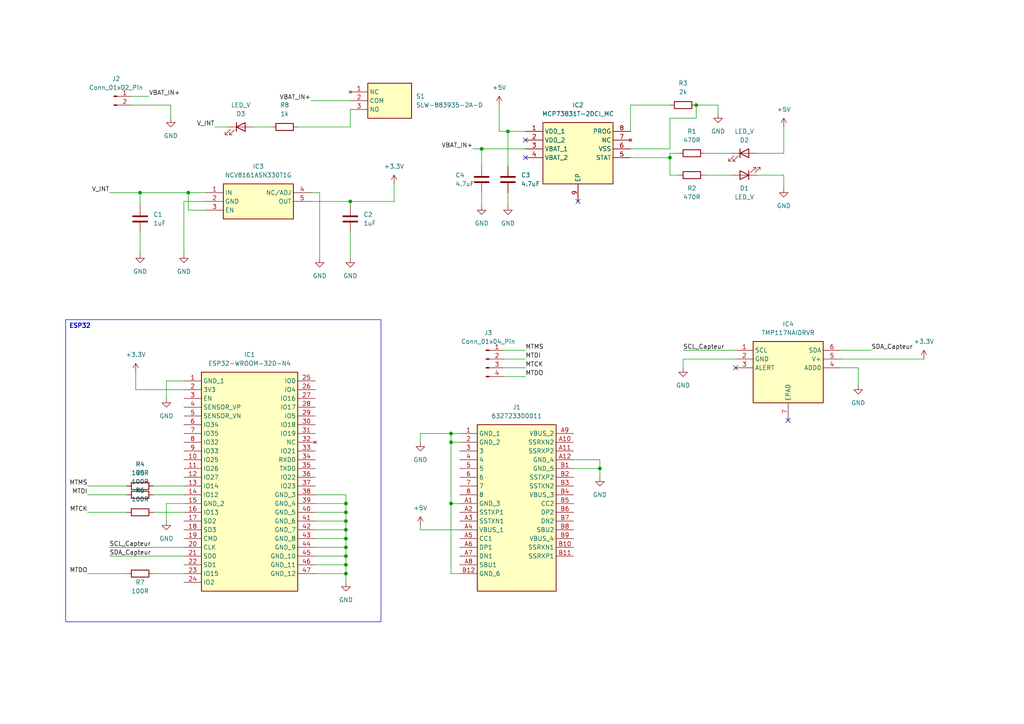
<source format=kicad_sch>
(kicad_sch (version 20230121) (generator eeschema)

  (uuid c66a62a8-5e31-4d9d-a8c7-2647fb1b68f6)

  (paper "A4")

  (title_block
    (title "SE-Capteur thermique connecté")
    (date "13/10/2023")
    (rev "1.0")
    (company "SeaTech")
  )

  (lib_symbols
    (symbol "Connector:Conn_01x02_Pin" (pin_names (offset 1.016) hide) (in_bom yes) (on_board yes)
      (property "Reference" "J" (at 0 2.54 0)
        (effects (font (size 1.27 1.27)))
      )
      (property "Value" "Conn_01x02_Pin" (at 0 -5.08 0)
        (effects (font (size 1.27 1.27)))
      )
      (property "Footprint" "" (at 0 0 0)
        (effects (font (size 1.27 1.27)) hide)
      )
      (property "Datasheet" "~" (at 0 0 0)
        (effects (font (size 1.27 1.27)) hide)
      )
      (property "ki_locked" "" (at 0 0 0)
        (effects (font (size 1.27 1.27)))
      )
      (property "ki_keywords" "connector" (at 0 0 0)
        (effects (font (size 1.27 1.27)) hide)
      )
      (property "ki_description" "Generic connector, single row, 01x02, script generated" (at 0 0 0)
        (effects (font (size 1.27 1.27)) hide)
      )
      (property "ki_fp_filters" "Connector*:*_1x??_*" (at 0 0 0)
        (effects (font (size 1.27 1.27)) hide)
      )
      (symbol "Conn_01x02_Pin_1_1"
        (polyline
          (pts
            (xy 1.27 -2.54)
            (xy 0.8636 -2.54)
          )
          (stroke (width 0.1524) (type default))
          (fill (type none))
        )
        (polyline
          (pts
            (xy 1.27 0)
            (xy 0.8636 0)
          )
          (stroke (width 0.1524) (type default))
          (fill (type none))
        )
        (rectangle (start 0.8636 -2.413) (end 0 -2.667)
          (stroke (width 0.1524) (type default))
          (fill (type outline))
        )
        (rectangle (start 0.8636 0.127) (end 0 -0.127)
          (stroke (width 0.1524) (type default))
          (fill (type outline))
        )
        (pin passive line (at 5.08 0 180) (length 3.81)
          (name "Pin_1" (effects (font (size 1.27 1.27))))
          (number "1" (effects (font (size 1.27 1.27))))
        )
        (pin passive line (at 5.08 -2.54 180) (length 3.81)
          (name "Pin_2" (effects (font (size 1.27 1.27))))
          (number "2" (effects (font (size 1.27 1.27))))
        )
      )
    )
    (symbol "Connector:Conn_01x04_Pin" (pin_names (offset 1.016) hide) (in_bom yes) (on_board yes)
      (property "Reference" "J" (at 0 5.08 0)
        (effects (font (size 1.27 1.27)))
      )
      (property "Value" "Conn_01x04_Pin" (at 0 -7.62 0)
        (effects (font (size 1.27 1.27)))
      )
      (property "Footprint" "" (at 0 0 0)
        (effects (font (size 1.27 1.27)) hide)
      )
      (property "Datasheet" "~" (at 0 0 0)
        (effects (font (size 1.27 1.27)) hide)
      )
      (property "ki_locked" "" (at 0 0 0)
        (effects (font (size 1.27 1.27)))
      )
      (property "ki_keywords" "connector" (at 0 0 0)
        (effects (font (size 1.27 1.27)) hide)
      )
      (property "ki_description" "Generic connector, single row, 01x04, script generated" (at 0 0 0)
        (effects (font (size 1.27 1.27)) hide)
      )
      (property "ki_fp_filters" "Connector*:*_1x??_*" (at 0 0 0)
        (effects (font (size 1.27 1.27)) hide)
      )
      (symbol "Conn_01x04_Pin_1_1"
        (polyline
          (pts
            (xy 1.27 -5.08)
            (xy 0.8636 -5.08)
          )
          (stroke (width 0.1524) (type default))
          (fill (type none))
        )
        (polyline
          (pts
            (xy 1.27 -2.54)
            (xy 0.8636 -2.54)
          )
          (stroke (width 0.1524) (type default))
          (fill (type none))
        )
        (polyline
          (pts
            (xy 1.27 0)
            (xy 0.8636 0)
          )
          (stroke (width 0.1524) (type default))
          (fill (type none))
        )
        (polyline
          (pts
            (xy 1.27 2.54)
            (xy 0.8636 2.54)
          )
          (stroke (width 0.1524) (type default))
          (fill (type none))
        )
        (rectangle (start 0.8636 -4.953) (end 0 -5.207)
          (stroke (width 0.1524) (type default))
          (fill (type outline))
        )
        (rectangle (start 0.8636 -2.413) (end 0 -2.667)
          (stroke (width 0.1524) (type default))
          (fill (type outline))
        )
        (rectangle (start 0.8636 0.127) (end 0 -0.127)
          (stroke (width 0.1524) (type default))
          (fill (type outline))
        )
        (rectangle (start 0.8636 2.667) (end 0 2.413)
          (stroke (width 0.1524) (type default))
          (fill (type outline))
        )
        (pin passive line (at 5.08 2.54 180) (length 3.81)
          (name "Pin_1" (effects (font (size 1.27 1.27))))
          (number "1" (effects (font (size 1.27 1.27))))
        )
        (pin passive line (at 5.08 0 180) (length 3.81)
          (name "Pin_2" (effects (font (size 1.27 1.27))))
          (number "2" (effects (font (size 1.27 1.27))))
        )
        (pin passive line (at 5.08 -2.54 180) (length 3.81)
          (name "Pin_3" (effects (font (size 1.27 1.27))))
          (number "3" (effects (font (size 1.27 1.27))))
        )
        (pin passive line (at 5.08 -5.08 180) (length 3.81)
          (name "Pin_4" (effects (font (size 1.27 1.27))))
          (number "4" (effects (font (size 1.27 1.27))))
        )
      )
    )
    (symbol "Device:C" (pin_numbers hide) (pin_names (offset 0.254)) (in_bom yes) (on_board yes)
      (property "Reference" "C" (at 0.635 2.54 0)
        (effects (font (size 1.27 1.27)) (justify left))
      )
      (property "Value" "C" (at 0.635 -2.54 0)
        (effects (font (size 1.27 1.27)) (justify left))
      )
      (property "Footprint" "" (at 0.9652 -3.81 0)
        (effects (font (size 1.27 1.27)) hide)
      )
      (property "Datasheet" "~" (at 0 0 0)
        (effects (font (size 1.27 1.27)) hide)
      )
      (property "ki_keywords" "cap capacitor" (at 0 0 0)
        (effects (font (size 1.27 1.27)) hide)
      )
      (property "ki_description" "Unpolarized capacitor" (at 0 0 0)
        (effects (font (size 1.27 1.27)) hide)
      )
      (property "ki_fp_filters" "C_*" (at 0 0 0)
        (effects (font (size 1.27 1.27)) hide)
      )
      (symbol "C_0_1"
        (polyline
          (pts
            (xy -2.032 -0.762)
            (xy 2.032 -0.762)
          )
          (stroke (width 0.508) (type default))
          (fill (type none))
        )
        (polyline
          (pts
            (xy -2.032 0.762)
            (xy 2.032 0.762)
          )
          (stroke (width 0.508) (type default))
          (fill (type none))
        )
      )
      (symbol "C_1_1"
        (pin passive line (at 0 3.81 270) (length 2.794)
          (name "~" (effects (font (size 1.27 1.27))))
          (number "1" (effects (font (size 1.27 1.27))))
        )
        (pin passive line (at 0 -3.81 90) (length 2.794)
          (name "~" (effects (font (size 1.27 1.27))))
          (number "2" (effects (font (size 1.27 1.27))))
        )
      )
    )
    (symbol "Device:LED" (pin_numbers hide) (pin_names (offset 1.016) hide) (in_bom yes) (on_board yes)
      (property "Reference" "D" (at 0 2.54 0)
        (effects (font (size 1.27 1.27)))
      )
      (property "Value" "LED" (at 0 -2.54 0)
        (effects (font (size 1.27 1.27)))
      )
      (property "Footprint" "" (at 0 0 0)
        (effects (font (size 1.27 1.27)) hide)
      )
      (property "Datasheet" "~" (at 0 0 0)
        (effects (font (size 1.27 1.27)) hide)
      )
      (property "ki_keywords" "LED diode" (at 0 0 0)
        (effects (font (size 1.27 1.27)) hide)
      )
      (property "ki_description" "Light emitting diode" (at 0 0 0)
        (effects (font (size 1.27 1.27)) hide)
      )
      (property "ki_fp_filters" "LED* LED_SMD:* LED_THT:*" (at 0 0 0)
        (effects (font (size 1.27 1.27)) hide)
      )
      (symbol "LED_0_1"
        (polyline
          (pts
            (xy -1.27 -1.27)
            (xy -1.27 1.27)
          )
          (stroke (width 0.254) (type default))
          (fill (type none))
        )
        (polyline
          (pts
            (xy -1.27 0)
            (xy 1.27 0)
          )
          (stroke (width 0) (type default))
          (fill (type none))
        )
        (polyline
          (pts
            (xy 1.27 -1.27)
            (xy 1.27 1.27)
            (xy -1.27 0)
            (xy 1.27 -1.27)
          )
          (stroke (width 0.254) (type default))
          (fill (type none))
        )
        (polyline
          (pts
            (xy -3.048 -0.762)
            (xy -4.572 -2.286)
            (xy -3.81 -2.286)
            (xy -4.572 -2.286)
            (xy -4.572 -1.524)
          )
          (stroke (width 0) (type default))
          (fill (type none))
        )
        (polyline
          (pts
            (xy -1.778 -0.762)
            (xy -3.302 -2.286)
            (xy -2.54 -2.286)
            (xy -3.302 -2.286)
            (xy -3.302 -1.524)
          )
          (stroke (width 0) (type default))
          (fill (type none))
        )
      )
      (symbol "LED_1_1"
        (pin passive line (at -3.81 0 0) (length 2.54)
          (name "K" (effects (font (size 1.27 1.27))))
          (number "1" (effects (font (size 1.27 1.27))))
        )
        (pin passive line (at 3.81 0 180) (length 2.54)
          (name "A" (effects (font (size 1.27 1.27))))
          (number "2" (effects (font (size 1.27 1.27))))
        )
      )
    )
    (symbol "Device:R" (pin_numbers hide) (pin_names (offset 0)) (in_bom yes) (on_board yes)
      (property "Reference" "R" (at 2.032 0 90)
        (effects (font (size 1.27 1.27)))
      )
      (property "Value" "R" (at 0 0 90)
        (effects (font (size 1.27 1.27)))
      )
      (property "Footprint" "" (at -1.778 0 90)
        (effects (font (size 1.27 1.27)) hide)
      )
      (property "Datasheet" "~" (at 0 0 0)
        (effects (font (size 1.27 1.27)) hide)
      )
      (property "ki_keywords" "R res resistor" (at 0 0 0)
        (effects (font (size 1.27 1.27)) hide)
      )
      (property "ki_description" "Resistor" (at 0 0 0)
        (effects (font (size 1.27 1.27)) hide)
      )
      (property "ki_fp_filters" "R_*" (at 0 0 0)
        (effects (font (size 1.27 1.27)) hide)
      )
      (symbol "R_0_1"
        (rectangle (start -1.016 -2.54) (end 1.016 2.54)
          (stroke (width 0.254) (type default))
          (fill (type none))
        )
      )
      (symbol "R_1_1"
        (pin passive line (at 0 3.81 270) (length 1.27)
          (name "~" (effects (font (size 1.27 1.27))))
          (number "1" (effects (font (size 1.27 1.27))))
        )
        (pin passive line (at 0 -3.81 90) (length 1.27)
          (name "~" (effects (font (size 1.27 1.27))))
          (number "2" (effects (font (size 1.27 1.27))))
        )
      )
    )
    (symbol "Lib_perso:632723300011" (in_bom yes) (on_board yes)
      (property "Reference" "J" (at 29.21 7.62 0)
        (effects (font (size 1.27 1.27)) (justify left top))
      )
      (property "Value" "632723300011" (at 29.21 5.08 0)
        (effects (font (size 1.27 1.27)) (justify left top))
      )
      (property "Footprint" "632723300011" (at 29.21 -94.92 0)
        (effects (font (size 1.27 1.27)) (justify left top) hide)
      )
      (property "Datasheet" "http://katalog.we-online.de/em/datasheet/632723x00011.pdf" (at 29.21 -194.92 0)
        (effects (font (size 1.27 1.27)) (justify left top) hide)
      )
      (property "Height" "2" (at 29.21 -394.92 0)
        (effects (font (size 1.27 1.27)) (justify left top) hide)
      )
      (property "Mouser Part Number" "710-632723300011" (at 29.21 -494.92 0)
        (effects (font (size 1.27 1.27)) (justify left top) hide)
      )
      (property "Mouser Price/Stock" "https://www.mouser.co.uk/ProductDetail/Wurth-Elektronik/632723300011?qs=NK6InXoXhq4%252B5eM1PePLPg%3D%3D" (at 29.21 -594.92 0)
        (effects (font (size 1.27 1.27)) (justify left top) hide)
      )
      (property "Manufacturer_Name" "Wurth Elektronik" (at 29.21 -694.92 0)
        (effects (font (size 1.27 1.27)) (justify left top) hide)
      )
      (property "Manufacturer_Part_Number" "632723300011" (at 29.21 -794.92 0)
        (effects (font (size 1.27 1.27)) (justify left top) hide)
      )
      (property "ki_description" "USB Connectors WR-COM USB3.1 Type C SuperSpeed+ Rcpt" (at 0 0 0)
        (effects (font (size 1.27 1.27)) hide)
      )
      (symbol "632723300011_1_1"
        (rectangle (start 5.08 2.54) (end 27.94 -45.72)
          (stroke (width 0.254) (type default))
          (fill (type background))
        )
        (pin passive line (at 0 0 0) (length 5.08)
          (name "GND_1" (effects (font (size 1.27 1.27))))
          (number "1" (effects (font (size 1.27 1.27))))
        )
        (pin passive line (at 0 -2.54 0) (length 5.08)
          (name "GND_2" (effects (font (size 1.27 1.27))))
          (number "2" (effects (font (size 1.27 1.27))))
        )
        (pin passive line (at 0 -5.08 0) (length 5.08)
          (name "3" (effects (font (size 1.27 1.27))))
          (number "3" (effects (font (size 1.27 1.27))))
        )
        (pin passive line (at 0 -7.62 0) (length 5.08)
          (name "4" (effects (font (size 1.27 1.27))))
          (number "4" (effects (font (size 1.27 1.27))))
        )
        (pin passive line (at 0 -10.16 0) (length 5.08)
          (name "5" (effects (font (size 1.27 1.27))))
          (number "5" (effects (font (size 1.27 1.27))))
        )
        (pin passive line (at 0 -12.7 0) (length 5.08)
          (name "6" (effects (font (size 1.27 1.27))))
          (number "6" (effects (font (size 1.27 1.27))))
        )
        (pin passive line (at 0 -15.24 0) (length 5.08)
          (name "7" (effects (font (size 1.27 1.27))))
          (number "7" (effects (font (size 1.27 1.27))))
        )
        (pin passive line (at 0 -17.78 0) (length 5.08)
          (name "8" (effects (font (size 1.27 1.27))))
          (number "8" (effects (font (size 1.27 1.27))))
        )
        (pin passive line (at 0 -20.32 0) (length 5.08)
          (name "GND_3" (effects (font (size 1.27 1.27))))
          (number "A1" (effects (font (size 1.27 1.27))))
        )
        (pin passive line (at 33.02 -2.54 180) (length 5.08)
          (name "SSRXN2" (effects (font (size 1.27 1.27))))
          (number "A10" (effects (font (size 1.27 1.27))))
        )
        (pin passive line (at 33.02 -5.08 180) (length 5.08)
          (name "SSRXP2" (effects (font (size 1.27 1.27))))
          (number "A11" (effects (font (size 1.27 1.27))))
        )
        (pin passive line (at 33.02 -7.62 180) (length 5.08)
          (name "GND_4" (effects (font (size 1.27 1.27))))
          (number "A12" (effects (font (size 1.27 1.27))))
        )
        (pin passive line (at 0 -22.86 0) (length 5.08)
          (name "SSTXP1" (effects (font (size 1.27 1.27))))
          (number "A2" (effects (font (size 1.27 1.27))))
        )
        (pin passive line (at 0 -25.4 0) (length 5.08)
          (name "SSTXN1" (effects (font (size 1.27 1.27))))
          (number "A3" (effects (font (size 1.27 1.27))))
        )
        (pin passive line (at 0 -27.94 0) (length 5.08)
          (name "VBUS_1" (effects (font (size 1.27 1.27))))
          (number "A4" (effects (font (size 1.27 1.27))))
        )
        (pin passive line (at 0 -30.48 0) (length 5.08)
          (name "CC1" (effects (font (size 1.27 1.27))))
          (number "A5" (effects (font (size 1.27 1.27))))
        )
        (pin passive line (at 0 -33.02 0) (length 5.08)
          (name "DP1" (effects (font (size 1.27 1.27))))
          (number "A6" (effects (font (size 1.27 1.27))))
        )
        (pin passive line (at 0 -35.56 0) (length 5.08)
          (name "DN1" (effects (font (size 1.27 1.27))))
          (number "A7" (effects (font (size 1.27 1.27))))
        )
        (pin passive line (at 0 -38.1 0) (length 5.08)
          (name "SBU1" (effects (font (size 1.27 1.27))))
          (number "A8" (effects (font (size 1.27 1.27))))
        )
        (pin passive line (at 33.02 0 180) (length 5.08)
          (name "VBUS_2" (effects (font (size 1.27 1.27))))
          (number "A9" (effects (font (size 1.27 1.27))))
        )
        (pin passive line (at 33.02 -10.16 180) (length 5.08)
          (name "GND_5" (effects (font (size 1.27 1.27))))
          (number "B1" (effects (font (size 1.27 1.27))))
        )
        (pin passive line (at 33.02 -33.02 180) (length 5.08)
          (name "SSRXN1" (effects (font (size 1.27 1.27))))
          (number "B10" (effects (font (size 1.27 1.27))))
        )
        (pin passive line (at 33.02 -35.56 180) (length 5.08)
          (name "SSRXP1" (effects (font (size 1.27 1.27))))
          (number "B11" (effects (font (size 1.27 1.27))))
        )
        (pin passive line (at 0 -40.64 0) (length 5.08)
          (name "GND_6" (effects (font (size 1.27 1.27))))
          (number "B12" (effects (font (size 1.27 1.27))))
        )
        (pin passive line (at 33.02 -12.7 180) (length 5.08)
          (name "SSTXP2" (effects (font (size 1.27 1.27))))
          (number "B2" (effects (font (size 1.27 1.27))))
        )
        (pin passive line (at 33.02 -15.24 180) (length 5.08)
          (name "SSTXN2" (effects (font (size 1.27 1.27))))
          (number "B3" (effects (font (size 1.27 1.27))))
        )
        (pin passive line (at 33.02 -17.78 180) (length 5.08)
          (name "VBUS_3" (effects (font (size 1.27 1.27))))
          (number "B4" (effects (font (size 1.27 1.27))))
        )
        (pin passive line (at 33.02 -20.32 180) (length 5.08)
          (name "CC2" (effects (font (size 1.27 1.27))))
          (number "B5" (effects (font (size 1.27 1.27))))
        )
        (pin passive line (at 33.02 -22.86 180) (length 5.08)
          (name "DP2" (effects (font (size 1.27 1.27))))
          (number "B6" (effects (font (size 1.27 1.27))))
        )
        (pin passive line (at 33.02 -25.4 180) (length 5.08)
          (name "DN2" (effects (font (size 1.27 1.27))))
          (number "B7" (effects (font (size 1.27 1.27))))
        )
        (pin passive line (at 33.02 -27.94 180) (length 5.08)
          (name "SBU2" (effects (font (size 1.27 1.27))))
          (number "B8" (effects (font (size 1.27 1.27))))
        )
        (pin passive line (at 33.02 -30.48 180) (length 5.08)
          (name "VBUS_4" (effects (font (size 1.27 1.27))))
          (number "B9" (effects (font (size 1.27 1.27))))
        )
      )
    )
    (symbol "Lib_perso:ESP32-WROOM-32D-N4" (in_bom yes) (on_board yes)
      (property "Reference" "IC" (at 34.29 7.62 0)
        (effects (font (size 1.27 1.27)) (justify left top))
      )
      (property "Value" "ESP32-WROOM-32D-N4" (at 34.29 5.08 0)
        (effects (font (size 1.27 1.27)) (justify left top))
      )
      (property "Footprint" "ESP32WROOM32DN4" (at 34.29 -94.92 0)
        (effects (font (size 1.27 1.27)) (justify left top) hide)
      )
      (property "Datasheet" "https://www.espressif.com/sites/default/files/documentation/esp32-wroom-32d_esp32-wroom-32u_datasheet_en.pdf" (at 34.29 -194.92 0)
        (effects (font (size 1.27 1.27)) (justify left top) hide)
      )
      (property "Height" "3.25" (at 34.29 -394.92 0)
        (effects (font (size 1.27 1.27)) (justify left top) hide)
      )
      (property "Mouser Part Number" "356-ESP32WROOM-32D" (at 34.29 -494.92 0)
        (effects (font (size 1.27 1.27)) (justify left top) hide)
      )
      (property "Mouser Price/Stock" "https://www.mouser.co.uk/ProductDetail/Espressif-Systems/ESP32-WROOM-32D-N4?qs=Li%252BoUPsLEntUgv1ft2QYWQ%3D%3D" (at 34.29 -594.92 0)
        (effects (font (size 1.27 1.27)) (justify left top) hide)
      )
      (property "Manufacturer_Name" "Espressif Systems" (at 34.29 -694.92 0)
        (effects (font (size 1.27 1.27)) (justify left top) hide)
      )
      (property "Manufacturer_Part_Number" "ESP32-WROOM-32D-N4" (at 34.29 -794.92 0)
        (effects (font (size 1.27 1.27)) (justify left top) hide)
      )
      (property "ki_description" "WiFi Modules - 802.11 SMD Module, ESP32-D0WD, 32Mbits SPI flash, UART mode, PCB antenna" (at 0 0 0)
        (effects (font (size 1.27 1.27)) hide)
      )
      (symbol "ESP32-WROOM-32D-N4_1_1"
        (rectangle (start 5.08 2.54) (end 33.02 -60.96)
          (stroke (width 0.254) (type default))
          (fill (type background))
        )
        (pin passive line (at 0 0 0) (length 5.08)
          (name "GND_1" (effects (font (size 1.27 1.27))))
          (number "1" (effects (font (size 1.27 1.27))))
        )
        (pin passive line (at 0 -22.86 0) (length 5.08)
          (name "IO25" (effects (font (size 1.27 1.27))))
          (number "10" (effects (font (size 1.27 1.27))))
        )
        (pin passive line (at 0 -25.4 0) (length 5.08)
          (name "IO26" (effects (font (size 1.27 1.27))))
          (number "11" (effects (font (size 1.27 1.27))))
        )
        (pin passive line (at 0 -27.94 0) (length 5.08)
          (name "IO27" (effects (font (size 1.27 1.27))))
          (number "12" (effects (font (size 1.27 1.27))))
        )
        (pin passive line (at 0 -30.48 0) (length 5.08)
          (name "IO14" (effects (font (size 1.27 1.27))))
          (number "13" (effects (font (size 1.27 1.27))))
        )
        (pin passive line (at 0 -33.02 0) (length 5.08)
          (name "IO12" (effects (font (size 1.27 1.27))))
          (number "14" (effects (font (size 1.27 1.27))))
        )
        (pin passive line (at 0 -35.56 0) (length 5.08)
          (name "GND_2" (effects (font (size 1.27 1.27))))
          (number "15" (effects (font (size 1.27 1.27))))
        )
        (pin passive line (at 0 -38.1 0) (length 5.08)
          (name "IO13" (effects (font (size 1.27 1.27))))
          (number "16" (effects (font (size 1.27 1.27))))
        )
        (pin passive line (at 0 -40.64 0) (length 5.08)
          (name "SD2" (effects (font (size 1.27 1.27))))
          (number "17" (effects (font (size 1.27 1.27))))
        )
        (pin passive line (at 0 -43.18 0) (length 5.08)
          (name "SD3" (effects (font (size 1.27 1.27))))
          (number "18" (effects (font (size 1.27 1.27))))
        )
        (pin passive line (at 0 -45.72 0) (length 5.08)
          (name "CMD" (effects (font (size 1.27 1.27))))
          (number "19" (effects (font (size 1.27 1.27))))
        )
        (pin passive line (at 0 -2.54 0) (length 5.08)
          (name "3V3" (effects (font (size 1.27 1.27))))
          (number "2" (effects (font (size 1.27 1.27))))
        )
        (pin passive line (at 0 -48.26 0) (length 5.08)
          (name "CLK" (effects (font (size 1.27 1.27))))
          (number "20" (effects (font (size 1.27 1.27))))
        )
        (pin passive line (at 0 -50.8 0) (length 5.08)
          (name "SD0" (effects (font (size 1.27 1.27))))
          (number "21" (effects (font (size 1.27 1.27))))
        )
        (pin passive line (at 0 -53.34 0) (length 5.08)
          (name "SD1" (effects (font (size 1.27 1.27))))
          (number "22" (effects (font (size 1.27 1.27))))
        )
        (pin passive line (at 0 -55.88 0) (length 5.08)
          (name "IO15" (effects (font (size 1.27 1.27))))
          (number "23" (effects (font (size 1.27 1.27))))
        )
        (pin passive line (at 0 -58.42 0) (length 5.08)
          (name "IO2" (effects (font (size 1.27 1.27))))
          (number "24" (effects (font (size 1.27 1.27))))
        )
        (pin passive line (at 38.1 0 180) (length 5.08)
          (name "IO0" (effects (font (size 1.27 1.27))))
          (number "25" (effects (font (size 1.27 1.27))))
        )
        (pin passive line (at 38.1 -2.54 180) (length 5.08)
          (name "IO4" (effects (font (size 1.27 1.27))))
          (number "26" (effects (font (size 1.27 1.27))))
        )
        (pin passive line (at 38.1 -5.08 180) (length 5.08)
          (name "IO16" (effects (font (size 1.27 1.27))))
          (number "27" (effects (font (size 1.27 1.27))))
        )
        (pin passive line (at 38.1 -7.62 180) (length 5.08)
          (name "IO17" (effects (font (size 1.27 1.27))))
          (number "28" (effects (font (size 1.27 1.27))))
        )
        (pin passive line (at 38.1 -10.16 180) (length 5.08)
          (name "IO5" (effects (font (size 1.27 1.27))))
          (number "29" (effects (font (size 1.27 1.27))))
        )
        (pin passive line (at 0 -5.08 0) (length 5.08)
          (name "EN" (effects (font (size 1.27 1.27))))
          (number "3" (effects (font (size 1.27 1.27))))
        )
        (pin passive line (at 38.1 -12.7 180) (length 5.08)
          (name "IO18" (effects (font (size 1.27 1.27))))
          (number "30" (effects (font (size 1.27 1.27))))
        )
        (pin passive line (at 38.1 -15.24 180) (length 5.08)
          (name "IO19" (effects (font (size 1.27 1.27))))
          (number "31" (effects (font (size 1.27 1.27))))
        )
        (pin no_connect line (at 38.1 -17.78 180) (length 5.08)
          (name "NC" (effects (font (size 1.27 1.27))))
          (number "32" (effects (font (size 1.27 1.27))))
        )
        (pin passive line (at 38.1 -20.32 180) (length 5.08)
          (name "IO21" (effects (font (size 1.27 1.27))))
          (number "33" (effects (font (size 1.27 1.27))))
        )
        (pin passive line (at 38.1 -22.86 180) (length 5.08)
          (name "RXD0" (effects (font (size 1.27 1.27))))
          (number "34" (effects (font (size 1.27 1.27))))
        )
        (pin passive line (at 38.1 -25.4 180) (length 5.08)
          (name "TXD0" (effects (font (size 1.27 1.27))))
          (number "35" (effects (font (size 1.27 1.27))))
        )
        (pin passive line (at 38.1 -27.94 180) (length 5.08)
          (name "IO22" (effects (font (size 1.27 1.27))))
          (number "36" (effects (font (size 1.27 1.27))))
        )
        (pin passive line (at 38.1 -30.48 180) (length 5.08)
          (name "IO23" (effects (font (size 1.27 1.27))))
          (number "37" (effects (font (size 1.27 1.27))))
        )
        (pin passive line (at 38.1 -33.02 180) (length 5.08)
          (name "GND_3" (effects (font (size 1.27 1.27))))
          (number "38" (effects (font (size 1.27 1.27))))
        )
        (pin passive line (at 38.1 -35.56 180) (length 5.08)
          (name "GND_4" (effects (font (size 1.27 1.27))))
          (number "39" (effects (font (size 1.27 1.27))))
        )
        (pin passive line (at 0 -7.62 0) (length 5.08)
          (name "SENSOR_VP" (effects (font (size 1.27 1.27))))
          (number "4" (effects (font (size 1.27 1.27))))
        )
        (pin passive line (at 38.1 -38.1 180) (length 5.08)
          (name "GND_5" (effects (font (size 1.27 1.27))))
          (number "40" (effects (font (size 1.27 1.27))))
        )
        (pin passive line (at 38.1 -40.64 180) (length 5.08)
          (name "GND_6" (effects (font (size 1.27 1.27))))
          (number "41" (effects (font (size 1.27 1.27))))
        )
        (pin passive line (at 38.1 -43.18 180) (length 5.08)
          (name "GND_7" (effects (font (size 1.27 1.27))))
          (number "42" (effects (font (size 1.27 1.27))))
        )
        (pin passive line (at 38.1 -45.72 180) (length 5.08)
          (name "GND_8" (effects (font (size 1.27 1.27))))
          (number "43" (effects (font (size 1.27 1.27))))
        )
        (pin passive line (at 38.1 -48.26 180) (length 5.08)
          (name "GND_9" (effects (font (size 1.27 1.27))))
          (number "44" (effects (font (size 1.27 1.27))))
        )
        (pin passive line (at 38.1 -50.8 180) (length 5.08)
          (name "GND_10" (effects (font (size 1.27 1.27))))
          (number "45" (effects (font (size 1.27 1.27))))
        )
        (pin passive line (at 38.1 -53.34 180) (length 5.08)
          (name "GND_11" (effects (font (size 1.27 1.27))))
          (number "46" (effects (font (size 1.27 1.27))))
        )
        (pin passive line (at 38.1 -55.88 180) (length 5.08)
          (name "GND_12" (effects (font (size 1.27 1.27))))
          (number "47" (effects (font (size 1.27 1.27))))
        )
        (pin passive line (at 0 -10.16 0) (length 5.08)
          (name "SENSOR_VN" (effects (font (size 1.27 1.27))))
          (number "5" (effects (font (size 1.27 1.27))))
        )
        (pin passive line (at 0 -12.7 0) (length 5.08)
          (name "IO34" (effects (font (size 1.27 1.27))))
          (number "6" (effects (font (size 1.27 1.27))))
        )
        (pin passive line (at 0 -15.24 0) (length 5.08)
          (name "IO35" (effects (font (size 1.27 1.27))))
          (number "7" (effects (font (size 1.27 1.27))))
        )
        (pin passive line (at 0 -17.78 0) (length 5.08)
          (name "IO32" (effects (font (size 1.27 1.27))))
          (number "8" (effects (font (size 1.27 1.27))))
        )
        (pin passive line (at 0 -20.32 0) (length 5.08)
          (name "IO33" (effects (font (size 1.27 1.27))))
          (number "9" (effects (font (size 1.27 1.27))))
        )
      )
    )
    (symbol "Lib_perso:MCP73831T-2DCI_MC" (in_bom yes) (on_board yes)
      (property "Reference" "IC" (at 26.67 7.62 0)
        (effects (font (size 1.27 1.27)) (justify left top))
      )
      (property "Value" "MCP73831T-2DCI_MC" (at 26.67 5.08 0)
        (effects (font (size 1.27 1.27)) (justify left top))
      )
      (property "Footprint" "SON50P300X200X100-9N-D" (at 26.67 -94.92 0)
        (effects (font (size 1.27 1.27)) (justify left top) hide)
      )
      (property "Datasheet" "https://ww1.microchip.com/downloads/en/DeviceDoc/MCP73831-Family-Data-Sheet-DS20001984H.pdf" (at 26.67 -194.92 0)
        (effects (font (size 1.27 1.27)) (justify left top) hide)
      )
      (property "Height" "1" (at 26.67 -394.92 0)
        (effects (font (size 1.27 1.27)) (justify left top) hide)
      )
      (property "Mouser Part Number" "579-MCP73831T-2DCIMC" (at 26.67 -494.92 0)
        (effects (font (size 1.27 1.27)) (justify left top) hide)
      )
      (property "Mouser Price/Stock" "https://www.mouser.co.uk/ProductDetail/Microchip-Technology/MCP73831T-2DCI-MC?qs=yUQqVecv4quLSAZc9rHezQ%3D%3D" (at 26.67 -594.92 0)
        (effects (font (size 1.27 1.27)) (justify left top) hide)
      )
      (property "Manufacturer_Name" "Microchip" (at 26.67 -694.92 0)
        (effects (font (size 1.27 1.27)) (justify left top) hide)
      )
      (property "Manufacturer_Part_Number" "MCP73831T-2DCI/MC" (at 26.67 -794.92 0)
        (effects (font (size 1.27 1.27)) (justify left top) hide)
      )
      (property "ki_description" "Battery Management Charge mgnt contr" (at 0 0 0)
        (effects (font (size 1.27 1.27)) hide)
      )
      (symbol "MCP73831T-2DCI_MC_1_1"
        (rectangle (start 5.08 2.54) (end 25.4 -15.24)
          (stroke (width 0.254) (type default))
          (fill (type background))
        )
        (pin passive line (at 0 0 0) (length 5.08)
          (name "VDD_1" (effects (font (size 1.27 1.27))))
          (number "1" (effects (font (size 1.27 1.27))))
        )
        (pin passive line (at 0 -2.54 0) (length 5.08)
          (name "VDD_2" (effects (font (size 1.27 1.27))))
          (number "2" (effects (font (size 1.27 1.27))))
        )
        (pin passive line (at 0 -5.08 0) (length 5.08)
          (name "VBAT_1" (effects (font (size 1.27 1.27))))
          (number "3" (effects (font (size 1.27 1.27))))
        )
        (pin passive line (at 0 -7.62 0) (length 5.08)
          (name "VBAT_2" (effects (font (size 1.27 1.27))))
          (number "4" (effects (font (size 1.27 1.27))))
        )
        (pin passive line (at 30.48 -7.62 180) (length 5.08)
          (name "STAT" (effects (font (size 1.27 1.27))))
          (number "5" (effects (font (size 1.27 1.27))))
        )
        (pin passive line (at 30.48 -5.08 180) (length 5.08)
          (name "VSS" (effects (font (size 1.27 1.27))))
          (number "6" (effects (font (size 1.27 1.27))))
        )
        (pin no_connect line (at 30.48 -2.54 180) (length 5.08)
          (name "NC" (effects (font (size 1.27 1.27))))
          (number "7" (effects (font (size 1.27 1.27))))
        )
        (pin passive line (at 30.48 0 180) (length 5.08)
          (name "PROG" (effects (font (size 1.27 1.27))))
          (number "8" (effects (font (size 1.27 1.27))))
        )
        (pin passive line (at 15.24 -20.32 90) (length 5.08)
          (name "EP" (effects (font (size 1.27 1.27))))
          (number "9" (effects (font (size 1.27 1.27))))
        )
      )
    )
    (symbol "Lib_perso:NCV8161ASN330T1G" (in_bom yes) (on_board yes)
      (property "Reference" "IC" (at 26.67 7.62 0)
        (effects (font (size 1.27 1.27)) (justify left top))
      )
      (property "Value" "NCV8161ASN330T1G" (at 26.67 5.08 0)
        (effects (font (size 1.27 1.27)) (justify left top))
      )
      (property "Footprint" "SOT95P275X110-5N" (at 26.67 -94.92 0)
        (effects (font (size 1.27 1.27)) (justify left top) hide)
      )
      (property "Datasheet" "http://www.onsemi.com/pub/Collateral/NCV8161-D.PDF" (at 26.67 -194.92 0)
        (effects (font (size 1.27 1.27)) (justify left top) hide)
      )
      (property "Height" "1.1" (at 26.67 -394.92 0)
        (effects (font (size 1.27 1.27)) (justify left top) hide)
      )
      (property "Mouser Part Number" "863-NCV8161ASN330T1G" (at 26.67 -494.92 0)
        (effects (font (size 1.27 1.27)) (justify left top) hide)
      )
      (property "Mouser Price/Stock" "https://www.mouser.co.uk/ProductDetail/onsemi/NCV8161ASN330T1G?qs=5aG0NVq1C4yOBUQBm2j8%252Bg%3D%3D" (at 26.67 -594.92 0)
        (effects (font (size 1.27 1.27)) (justify left top) hide)
      )
      (property "Manufacturer_Name" "onsemi" (at 26.67 -694.92 0)
        (effects (font (size 1.27 1.27)) (justify left top) hide)
      )
      (property "Manufacturer_Part_Number" "NCV8161ASN330T1G" (at 26.67 -794.92 0)
        (effects (font (size 1.27 1.27)) (justify left top) hide)
      )
      (property "ki_description" "450 mA, Ultra-Low Noise and High PSRR LDO Regulator for RF and Analog Circuits 3.3V, Active Discharge, TSOP-5" (at 0 0 0)
        (effects (font (size 1.27 1.27)) hide)
      )
      (symbol "NCV8161ASN330T1G_1_1"
        (rectangle (start 5.08 2.54) (end 25.4 -7.62)
          (stroke (width 0.254) (type default))
          (fill (type background))
        )
        (pin passive line (at 0 0 0) (length 5.08)
          (name "IN" (effects (font (size 1.27 1.27))))
          (number "1" (effects (font (size 1.27 1.27))))
        )
        (pin passive line (at 0 -2.54 0) (length 5.08)
          (name "GND" (effects (font (size 1.27 1.27))))
          (number "2" (effects (font (size 1.27 1.27))))
        )
        (pin passive line (at 0 -5.08 0) (length 5.08)
          (name "EN" (effects (font (size 1.27 1.27))))
          (number "3" (effects (font (size 1.27 1.27))))
        )
        (pin passive line (at 30.48 0 180) (length 5.08)
          (name "NC/ADJ" (effects (font (size 1.27 1.27))))
          (number "4" (effects (font (size 1.27 1.27))))
        )
        (pin passive line (at 30.48 -2.54 180) (length 5.08)
          (name "OUT" (effects (font (size 1.27 1.27))))
          (number "5" (effects (font (size 1.27 1.27))))
        )
      )
    )
    (symbol "Lib_perso:SLW-883935-2A-D" (in_bom yes) (on_board yes)
      (property "Reference" "S" (at 19.05 7.62 0)
        (effects (font (size 1.27 1.27)) (justify left top))
      )
      (property "Value" "SLW-883935-2A-D" (at 19.05 5.08 0)
        (effects (font (size 1.27 1.27)) (justify left top))
      )
      (property "Footprint" "SLW8839352AD" (at 19.05 -94.92 0)
        (effects (font (size 1.27 1.27)) (justify left top) hide)
      )
      (property "Datasheet" "https://www.cuidevices.com/product/resource/pdf/slw-883935-2a-d.pdf" (at 19.05 -194.92 0)
        (effects (font (size 1.27 1.27)) (justify left top) hide)
      )
      (property "Height" "6.1" (at 19.05 -394.92 0)
        (effects (font (size 1.27 1.27)) (justify left top) hide)
      )
      (property "Mouser Part Number" "179-SLW-883935-2A-D" (at 19.05 -494.92 0)
        (effects (font (size 1.27 1.27)) (justify left top) hide)
      )
      (property "Mouser Price/Stock" "https://www.mouser.co.uk/ProductDetail/CUI-Devices/SLW-883935-2A-D?qs=1Kr7Jg1SGW%2Fv9j8ky6fn%2FQ%3D%3D" (at 19.05 -594.92 0)
        (effects (font (size 1.27 1.27)) (justify left top) hide)
      )
      (property "Manufacturer_Name" "CUI Devices" (at 19.05 -694.92 0)
        (effects (font (size 1.27 1.27)) (justify left top) hide)
      )
      (property "Manufacturer_Part_Number" "SLW-883935-2A-D" (at 19.05 -794.92 0)
        (effects (font (size 1.27 1.27)) (justify left top) hide)
      )
      (property "ki_description" "Slide Switches 8.8 x 3.9 x 3.5 mm, 2 mm Raised Slide Actuator, Right-Angle, Through Hole" (at 0 0 0)
        (effects (font (size 1.27 1.27)) hide)
      )
      (symbol "SLW-883935-2A-D_1_1"
        (rectangle (start 5.08 2.54) (end 17.78 -7.62)
          (stroke (width 0.254) (type default))
          (fill (type background))
        )
        (pin no_connect line (at 0 0 0) (length 5.08)
          (name "NC" (effects (font (size 1.27 1.27))))
          (number "1" (effects (font (size 1.27 1.27))))
        )
        (pin passive line (at 0 -2.54 0) (length 5.08)
          (name "COM" (effects (font (size 1.27 1.27))))
          (number "2" (effects (font (size 1.27 1.27))))
        )
        (pin passive line (at 0 -5.08 0) (length 5.08)
          (name "NO" (effects (font (size 1.27 1.27))))
          (number "3" (effects (font (size 1.27 1.27))))
        )
      )
    )
    (symbol "Lib_perso:TMP117NAIDRVR" (in_bom yes) (on_board yes)
      (property "Reference" "IC" (at 26.67 7.62 0)
        (effects (font (size 1.27 1.27)) (justify left top))
      )
      (property "Value" "TMP117NAIDRVR" (at 26.67 5.08 0)
        (effects (font (size 1.27 1.27)) (justify left top))
      )
      (property "Footprint" "SON65P200X200X80-7N" (at 26.67 -94.92 0)
        (effects (font (size 1.27 1.27)) (justify left top) hide)
      )
      (property "Datasheet" "http://www.ti.com/lit/gpn/tmp117" (at 26.67 -194.92 0)
        (effects (font (size 1.27 1.27)) (justify left top) hide)
      )
      (property "Height" "0.8" (at 26.67 -394.92 0)
        (effects (font (size 1.27 1.27)) (justify left top) hide)
      )
      (property "Mouser Part Number" "595-TMP117NAIDRVR" (at 26.67 -494.92 0)
        (effects (font (size 1.27 1.27)) (justify left top) hide)
      )
      (property "Mouser Price/Stock" "https://www.mouser.co.uk/ProductDetail/Texas-Instruments/TMP117NAIDRVR?qs=qSfuJ%252Bfl%2Fd51FgClPJTgfg%3D%3D" (at 26.67 -594.92 0)
        (effects (font (size 1.27 1.27)) (justify left top) hide)
      )
      (property "Manufacturer_Name" "Texas Instruments" (at 26.67 -694.92 0)
        (effects (font (size 1.27 1.27)) (justify left top) hide)
      )
      (property "Manufacturer_Part_Number" "TMP117NAIDRVR" (at 26.67 -794.92 0)
        (effects (font (size 1.27 1.27)) (justify left top) hide)
      )
      (property "ki_description" "+/-0.1C Accurate Digital Temperature Sensor with Integrated NV Memory" (at 0 0 0)
        (effects (font (size 1.27 1.27)) hide)
      )
      (symbol "TMP117NAIDRVR_1_1"
        (rectangle (start 5.08 2.54) (end 25.4 -15.24)
          (stroke (width 0.254) (type default))
          (fill (type background))
        )
        (pin passive line (at 0 0 0) (length 5.08)
          (name "SCL" (effects (font (size 1.27 1.27))))
          (number "1" (effects (font (size 1.27 1.27))))
        )
        (pin passive line (at 0 -2.54 0) (length 5.08)
          (name "GND" (effects (font (size 1.27 1.27))))
          (number "2" (effects (font (size 1.27 1.27))))
        )
        (pin passive line (at 0 -5.08 0) (length 5.08)
          (name "ALERT" (effects (font (size 1.27 1.27))))
          (number "3" (effects (font (size 1.27 1.27))))
        )
        (pin passive line (at 30.48 -5.08 180) (length 5.08)
          (name "ADD0" (effects (font (size 1.27 1.27))))
          (number "4" (effects (font (size 1.27 1.27))))
        )
        (pin passive line (at 30.48 -2.54 180) (length 5.08)
          (name "V+" (effects (font (size 1.27 1.27))))
          (number "5" (effects (font (size 1.27 1.27))))
        )
        (pin passive line (at 30.48 0 180) (length 5.08)
          (name "SDA" (effects (font (size 1.27 1.27))))
          (number "6" (effects (font (size 1.27 1.27))))
        )
        (pin passive line (at 15.24 -20.32 90) (length 5.08)
          (name "EPAD" (effects (font (size 1.27 1.27))))
          (number "7" (effects (font (size 1.27 1.27))))
        )
      )
    )
    (symbol "power:+3.3V" (power) (pin_names (offset 0)) (in_bom yes) (on_board yes)
      (property "Reference" "#PWR" (at 0 -3.81 0)
        (effects (font (size 1.27 1.27)) hide)
      )
      (property "Value" "+3.3V" (at 0 3.556 0)
        (effects (font (size 1.27 1.27)))
      )
      (property "Footprint" "" (at 0 0 0)
        (effects (font (size 1.27 1.27)) hide)
      )
      (property "Datasheet" "" (at 0 0 0)
        (effects (font (size 1.27 1.27)) hide)
      )
      (property "ki_keywords" "global power" (at 0 0 0)
        (effects (font (size 1.27 1.27)) hide)
      )
      (property "ki_description" "Power symbol creates a global label with name \"+3.3V\"" (at 0 0 0)
        (effects (font (size 1.27 1.27)) hide)
      )
      (symbol "+3.3V_0_1"
        (polyline
          (pts
            (xy -0.762 1.27)
            (xy 0 2.54)
          )
          (stroke (width 0) (type default))
          (fill (type none))
        )
        (polyline
          (pts
            (xy 0 0)
            (xy 0 2.54)
          )
          (stroke (width 0) (type default))
          (fill (type none))
        )
        (polyline
          (pts
            (xy 0 2.54)
            (xy 0.762 1.27)
          )
          (stroke (width 0) (type default))
          (fill (type none))
        )
      )
      (symbol "+3.3V_1_1"
        (pin power_in line (at 0 0 90) (length 0) hide
          (name "+3.3V" (effects (font (size 1.27 1.27))))
          (number "1" (effects (font (size 1.27 1.27))))
        )
      )
    )
    (symbol "power:+5V" (power) (pin_names (offset 0)) (in_bom yes) (on_board yes)
      (property "Reference" "#PWR" (at 0 -3.81 0)
        (effects (font (size 1.27 1.27)) hide)
      )
      (property "Value" "+5V" (at 0 3.556 0)
        (effects (font (size 1.27 1.27)))
      )
      (property "Footprint" "" (at 0 0 0)
        (effects (font (size 1.27 1.27)) hide)
      )
      (property "Datasheet" "" (at 0 0 0)
        (effects (font (size 1.27 1.27)) hide)
      )
      (property "ki_keywords" "global power" (at 0 0 0)
        (effects (font (size 1.27 1.27)) hide)
      )
      (property "ki_description" "Power symbol creates a global label with name \"+5V\"" (at 0 0 0)
        (effects (font (size 1.27 1.27)) hide)
      )
      (symbol "+5V_0_1"
        (polyline
          (pts
            (xy -0.762 1.27)
            (xy 0 2.54)
          )
          (stroke (width 0) (type default))
          (fill (type none))
        )
        (polyline
          (pts
            (xy 0 0)
            (xy 0 2.54)
          )
          (stroke (width 0) (type default))
          (fill (type none))
        )
        (polyline
          (pts
            (xy 0 2.54)
            (xy 0.762 1.27)
          )
          (stroke (width 0) (type default))
          (fill (type none))
        )
      )
      (symbol "+5V_1_1"
        (pin power_in line (at 0 0 90) (length 0) hide
          (name "+5V" (effects (font (size 1.27 1.27))))
          (number "1" (effects (font (size 1.27 1.27))))
        )
      )
    )
    (symbol "power:GND" (power) (pin_names (offset 0)) (in_bom yes) (on_board yes)
      (property "Reference" "#PWR" (at 0 -6.35 0)
        (effects (font (size 1.27 1.27)) hide)
      )
      (property "Value" "GND" (at 0 -3.81 0)
        (effects (font (size 1.27 1.27)))
      )
      (property "Footprint" "" (at 0 0 0)
        (effects (font (size 1.27 1.27)) hide)
      )
      (property "Datasheet" "" (at 0 0 0)
        (effects (font (size 1.27 1.27)) hide)
      )
      (property "ki_keywords" "global power" (at 0 0 0)
        (effects (font (size 1.27 1.27)) hide)
      )
      (property "ki_description" "Power symbol creates a global label with name \"GND\" , ground" (at 0 0 0)
        (effects (font (size 1.27 1.27)) hide)
      )
      (symbol "GND_0_1"
        (polyline
          (pts
            (xy 0 0)
            (xy 0 -1.27)
            (xy 1.27 -1.27)
            (xy 0 -2.54)
            (xy -1.27 -1.27)
            (xy 0 -1.27)
          )
          (stroke (width 0) (type default))
          (fill (type none))
        )
      )
      (symbol "GND_1_1"
        (pin power_in line (at 0 0 270) (length 0) hide
          (name "GND" (effects (font (size 1.27 1.27))))
          (number "1" (effects (font (size 1.27 1.27))))
        )
      )
    )
  )

  (junction (at 130.81 128.27) (diameter 0) (color 0 0 0 0)
    (uuid 10eafd5a-688e-4535-83a5-b642ed2f935b)
  )
  (junction (at 100.33 151.13) (diameter 0) (color 0 0 0 0)
    (uuid 184279c8-f2e8-42d3-a5de-1b58d823d72d)
  )
  (junction (at 40.64 55.88) (diameter 0) (color 0 0 0 0)
    (uuid 195514ec-70ce-43ec-88b7-9e5ae2acff04)
  )
  (junction (at 100.33 166.37) (diameter 0) (color 0 0 0 0)
    (uuid 19574e18-294b-4196-8c3f-78b7996d0680)
  )
  (junction (at 101.6 58.42) (diameter 0) (color 0 0 0 0)
    (uuid 505ed89d-f800-4d38-bf51-126b1660e33d)
  )
  (junction (at 54.61 55.88) (diameter 0) (color 0 0 0 0)
    (uuid 6dbfff06-258d-468e-81b8-12fc4dfe5767)
  )
  (junction (at 139.7 43.18) (diameter 0) (color 0 0 0 0)
    (uuid 7558997f-18aa-4538-b4f5-95a52496ea19)
  )
  (junction (at 201.93 30.48) (diameter 0) (color 0 0 0 0)
    (uuid 7f5c9283-7539-421a-a1c2-b4e4b3d30543)
  )
  (junction (at 100.33 146.05) (diameter 0) (color 0 0 0 0)
    (uuid 9929a6fa-af4e-4089-93ae-c22d05e035d6)
  )
  (junction (at 194.31 45.72) (diameter 0) (color 0 0 0 0)
    (uuid 9ac69f5b-36e7-41de-846e-15c23e2f33de)
  )
  (junction (at 100.33 153.67) (diameter 0) (color 0 0 0 0)
    (uuid b98aec37-b0ae-42fa-ac2e-5abba87649b2)
  )
  (junction (at 130.81 146.05) (diameter 0) (color 0 0 0 0)
    (uuid ba985f50-5609-496c-a468-e89118851b0c)
  )
  (junction (at 100.33 156.21) (diameter 0) (color 0 0 0 0)
    (uuid bad92a94-9406-4529-a3c1-3189c49f5cb4)
  )
  (junction (at 147.32 38.1) (diameter 0) (color 0 0 0 0)
    (uuid c2bee163-f176-43b7-af83-ea331bd88841)
  )
  (junction (at 100.33 158.75) (diameter 0) (color 0 0 0 0)
    (uuid c510d52a-d95b-4a19-9660-9ff0a3cc5f60)
  )
  (junction (at 130.81 125.73) (diameter 0) (color 0 0 0 0)
    (uuid d22e38a1-88d0-4739-8f60-833283f9ae36)
  )
  (junction (at 100.33 148.59) (diameter 0) (color 0 0 0 0)
    (uuid e5cf3ed6-0ff4-4530-9ce5-e556ee1571c6)
  )
  (junction (at 100.33 163.83) (diameter 0) (color 0 0 0 0)
    (uuid ec19ab0d-8a14-4496-a808-7857f3e59844)
  )
  (junction (at 100.33 161.29) (diameter 0) (color 0 0 0 0)
    (uuid ed66465a-3362-42b7-bbe0-f591e983f6b2)
  )
  (junction (at 173.99 135.89) (diameter 0) (color 0 0 0 0)
    (uuid fcd40060-319d-4d35-b74d-e3a824d4b92f)
  )

  (no_connect (at 152.4 40.64) (uuid 07b670d6-8bda-45a0-b414-356edba6e0b9))
  (no_connect (at 152.4 45.72) (uuid 0ceb5b9e-90df-4b09-8f30-c92ee5dae8c2))
  (no_connect (at 228.6 121.92) (uuid 1cb4e1f7-1636-4cb2-a17a-a8edfdc8c890))
  (no_connect (at 167.64 58.42) (uuid 45b6c0ba-b9a7-435b-93ad-e6ed8cfa8460))
  (no_connect (at 213.36 106.68) (uuid d5b0b647-2fcb-41d3-93aa-5a881395e73c))

  (wire (pts (xy 38.1 30.48) (xy 49.53 30.48))
    (stroke (width 0) (type default))
    (uuid 02ca482f-713b-4cee-b62d-21f6069e33a4)
  )
  (wire (pts (xy 101.6 58.42) (xy 101.6 59.69))
    (stroke (width 0) (type default))
    (uuid 0356e3f9-b906-4541-9afe-2a342854573f)
  )
  (wire (pts (xy 91.44 166.37) (xy 100.33 166.37))
    (stroke (width 0) (type default))
    (uuid 03645880-dc12-4aa1-aa8f-eb1776d5f033)
  )
  (wire (pts (xy 90.17 58.42) (xy 101.6 58.42))
    (stroke (width 0) (type default))
    (uuid 0578775d-12b6-4d1f-9f0a-195ceb5bb697)
  )
  (wire (pts (xy 53.34 146.05) (xy 48.26 146.05))
    (stroke (width 0) (type default))
    (uuid 05af97cf-f5b2-40d4-808a-189061a8fc6e)
  )
  (wire (pts (xy 243.84 106.68) (xy 248.92 106.68))
    (stroke (width 0) (type default))
    (uuid 08a558f1-3ca0-4982-bb14-ddf1ff5141ee)
  )
  (wire (pts (xy 166.37 135.89) (xy 173.99 135.89))
    (stroke (width 0) (type default))
    (uuid 09df7f8c-85e1-4979-9f2d-3ed7afcd6c63)
  )
  (wire (pts (xy 133.35 153.67) (xy 121.92 153.67))
    (stroke (width 0) (type default))
    (uuid 0d32d6a5-9b23-473f-ab00-60254cb389f3)
  )
  (wire (pts (xy 100.33 166.37) (xy 100.33 168.91))
    (stroke (width 0) (type default))
    (uuid 0d5a74ce-ee5f-4a5e-b11e-e449e06f0b73)
  )
  (wire (pts (xy 31.75 55.88) (xy 40.64 55.88))
    (stroke (width 0) (type default))
    (uuid 0e1a3322-15d8-4a1a-a57f-56cd39f66aa6)
  )
  (wire (pts (xy 91.44 143.51) (xy 100.33 143.51))
    (stroke (width 0) (type default))
    (uuid 1089efb4-aa84-41ac-9ab1-2a765aa81c68)
  )
  (wire (pts (xy 25.4 166.37) (xy 36.83 166.37))
    (stroke (width 0) (type default))
    (uuid 145e367d-e74b-4083-8519-888fdbb5b290)
  )
  (wire (pts (xy 59.69 55.88) (xy 54.61 55.88))
    (stroke (width 0) (type default))
    (uuid 14e67264-d87e-4ce9-9027-ecdba5d7761b)
  )
  (wire (pts (xy 194.31 44.45) (xy 194.31 45.72))
    (stroke (width 0) (type default))
    (uuid 160f0023-c01e-4f54-a2c0-7790ab36df89)
  )
  (wire (pts (xy 133.35 125.73) (xy 130.81 125.73))
    (stroke (width 0) (type default))
    (uuid 1b831031-a124-4eaf-8865-5dbfb07da27a)
  )
  (wire (pts (xy 91.44 161.29) (xy 100.33 161.29))
    (stroke (width 0) (type default))
    (uuid 1c235d5d-4c73-4b94-bea1-797a457ad483)
  )
  (wire (pts (xy 139.7 55.88) (xy 139.7 59.69))
    (stroke (width 0) (type default))
    (uuid 21c38a87-0a6e-4962-9e7c-db43e3c1a7b3)
  )
  (wire (pts (xy 100.33 161.29) (xy 100.33 163.83))
    (stroke (width 0) (type default))
    (uuid 225929cd-c254-43ac-b651-ca5a56821ffe)
  )
  (wire (pts (xy 166.37 133.35) (xy 173.99 133.35))
    (stroke (width 0) (type default))
    (uuid 22bfde57-d0b7-4e04-884f-90d0b9838d89)
  )
  (wire (pts (xy 208.28 30.48) (xy 208.28 33.02))
    (stroke (width 0) (type default))
    (uuid 24984256-6308-487a-b220-b375c921007a)
  )
  (wire (pts (xy 144.78 30.48) (xy 144.78 38.1))
    (stroke (width 0) (type default))
    (uuid 28047c7f-fc37-41dd-9bf7-2abb53b1c43b)
  )
  (wire (pts (xy 54.61 55.88) (xy 40.64 55.88))
    (stroke (width 0) (type default))
    (uuid 285c3192-6853-46b3-b24a-cec6b83a1104)
  )
  (wire (pts (xy 73.66 36.83) (xy 78.74 36.83))
    (stroke (width 0) (type default))
    (uuid 2aa995c8-0c71-4dcb-a71f-45d51d1da8c2)
  )
  (wire (pts (xy 86.36 36.83) (xy 101.6 36.83))
    (stroke (width 0) (type default))
    (uuid 306e32db-4029-40ce-9c13-f6921bf4034c)
  )
  (wire (pts (xy 31.75 158.75) (xy 53.34 158.75))
    (stroke (width 0) (type default))
    (uuid 313592b2-d6d2-4a83-a478-7a96f4b60879)
  )
  (wire (pts (xy 219.71 44.45) (xy 227.33 44.45))
    (stroke (width 0) (type default))
    (uuid 3191f755-62e1-4855-901e-38f79c4f306e)
  )
  (wire (pts (xy 53.34 113.03) (xy 39.37 113.03))
    (stroke (width 0) (type default))
    (uuid 34d01035-d955-410a-bdfb-5e109fb89df0)
  )
  (wire (pts (xy 59.69 58.42) (xy 53.34 58.42))
    (stroke (width 0) (type default))
    (uuid 3625695e-4561-49ee-a98a-757f3b35310c)
  )
  (wire (pts (xy 31.75 161.29) (xy 53.34 161.29))
    (stroke (width 0) (type default))
    (uuid 37d61678-c849-409f-b77b-b3c600206eb9)
  )
  (wire (pts (xy 194.31 34.29) (xy 201.93 34.29))
    (stroke (width 0) (type default))
    (uuid 3eb7402e-9edf-4812-803b-29e4b1e48983)
  )
  (wire (pts (xy 204.47 44.45) (xy 212.09 44.45))
    (stroke (width 0) (type default))
    (uuid 41c89ccc-1b01-4e82-9545-e6aa3346ca84)
  )
  (wire (pts (xy 44.45 166.37) (xy 53.34 166.37))
    (stroke (width 0) (type default))
    (uuid 42d2ecb9-b631-4012-83e9-f63ca685d22b)
  )
  (wire (pts (xy 147.32 38.1) (xy 147.32 48.26))
    (stroke (width 0) (type default))
    (uuid 42d4b60f-e905-4c43-9db3-133b4ef27648)
  )
  (wire (pts (xy 133.35 166.37) (xy 130.81 166.37))
    (stroke (width 0) (type default))
    (uuid 44fe19f1-41d6-47ea-9daa-4f7f1186adcf)
  )
  (wire (pts (xy 133.35 146.05) (xy 130.81 146.05))
    (stroke (width 0) (type default))
    (uuid 4621ebe6-7e6e-45de-a4ba-aecad86e3526)
  )
  (wire (pts (xy 121.92 153.67) (xy 121.92 152.4))
    (stroke (width 0) (type default))
    (uuid 493dd495-be5a-425c-8e57-43a2a3f10c5b)
  )
  (wire (pts (xy 243.84 101.6) (xy 252.73 101.6))
    (stroke (width 0) (type default))
    (uuid 4a292de2-a11e-4642-937c-b4b9d0fe7ea5)
  )
  (wire (pts (xy 130.81 128.27) (xy 130.81 125.73))
    (stroke (width 0) (type default))
    (uuid 4e1c9ab6-fd95-4217-8c72-07d9c9bcd110)
  )
  (wire (pts (xy 152.4 38.1) (xy 147.32 38.1))
    (stroke (width 0) (type default))
    (uuid 4f1a634c-7d95-493d-9e0c-b534ded851f1)
  )
  (wire (pts (xy 91.44 153.67) (xy 100.33 153.67))
    (stroke (width 0) (type default))
    (uuid 506ef10c-e03a-4a0f-9b07-e29242b6776b)
  )
  (wire (pts (xy 182.88 30.48) (xy 194.31 30.48))
    (stroke (width 0) (type default))
    (uuid 51499cc6-2658-45f6-b40f-dd5ed04065c9)
  )
  (wire (pts (xy 90.17 29.21) (xy 101.6 29.21))
    (stroke (width 0) (type default))
    (uuid 5406f6d4-d182-44d7-8fca-7019a520dc96)
  )
  (wire (pts (xy 48.26 110.49) (xy 48.26 115.57))
    (stroke (width 0) (type default))
    (uuid 549ccdb6-cd48-4c38-b050-3377fe7eb2d6)
  )
  (wire (pts (xy 39.37 107.95) (xy 39.37 113.03))
    (stroke (width 0) (type default))
    (uuid 56e7ec1e-238f-49c1-870d-5aa38f16f8bb)
  )
  (wire (pts (xy 25.4 143.51) (xy 36.83 143.51))
    (stroke (width 0) (type default))
    (uuid 57f6be85-c2ea-47e2-9523-549e3fa5a293)
  )
  (wire (pts (xy 91.44 163.83) (xy 100.33 163.83))
    (stroke (width 0) (type default))
    (uuid 593e13aa-1840-4b7d-84d6-89b045b8c2e4)
  )
  (wire (pts (xy 92.71 55.88) (xy 92.71 74.93))
    (stroke (width 0) (type default))
    (uuid 5cabffe0-1b0b-4ae5-a7dd-2f239dc13f75)
  )
  (wire (pts (xy 44.45 143.51) (xy 53.34 143.51))
    (stroke (width 0) (type default))
    (uuid 5e2a1d55-3301-4d44-9fba-20171d38ac16)
  )
  (wire (pts (xy 38.1 27.94) (xy 43.18 27.94))
    (stroke (width 0) (type default))
    (uuid 5f94b265-f5e3-4106-a95c-36b31822ba23)
  )
  (wire (pts (xy 130.81 166.37) (xy 130.81 146.05))
    (stroke (width 0) (type default))
    (uuid 609e848e-8637-4b06-91c5-5b6a81e8bf0e)
  )
  (wire (pts (xy 137.16 43.18) (xy 139.7 43.18))
    (stroke (width 0) (type default))
    (uuid 611b4c0d-b847-42d1-a24c-1002d37053a2)
  )
  (wire (pts (xy 248.92 106.68) (xy 248.92 111.76))
    (stroke (width 0) (type default))
    (uuid 63a9171d-ff03-4a34-8398-4d3d120ea12b)
  )
  (wire (pts (xy 114.3 53.34) (xy 114.3 58.42))
    (stroke (width 0) (type default))
    (uuid 64231164-bab8-4555-88b0-3784cda8ee3b)
  )
  (wire (pts (xy 173.99 133.35) (xy 173.99 135.89))
    (stroke (width 0) (type default))
    (uuid 64d8fe7b-1dcf-40da-858c-0206254046e0)
  )
  (wire (pts (xy 196.85 44.45) (xy 194.31 44.45))
    (stroke (width 0) (type default))
    (uuid 64e86ffb-e8a1-4402-9748-934c94a2a615)
  )
  (wire (pts (xy 227.33 50.8) (xy 227.33 54.61))
    (stroke (width 0) (type default))
    (uuid 6906ff55-c1b4-4750-99bd-42ea2bbf127b)
  )
  (wire (pts (xy 227.33 36.83) (xy 227.33 44.45))
    (stroke (width 0) (type default))
    (uuid 6a94fc9e-d533-4696-aa85-1041fe2ea87b)
  )
  (wire (pts (xy 100.33 148.59) (xy 100.33 151.13))
    (stroke (width 0) (type default))
    (uuid 6adaa33e-9704-4e63-8bc8-b441f4a5fcd3)
  )
  (wire (pts (xy 201.93 30.48) (xy 208.28 30.48))
    (stroke (width 0) (type default))
    (uuid 6b1535e2-da23-4906-845f-0a073f19b74c)
  )
  (wire (pts (xy 147.32 38.1) (xy 144.78 38.1))
    (stroke (width 0) (type default))
    (uuid 6cde42a9-c4dd-4450-8842-317d160aa436)
  )
  (wire (pts (xy 91.44 156.21) (xy 100.33 156.21))
    (stroke (width 0) (type default))
    (uuid 6d072fd4-10f4-4364-bec6-e945d0a3ed81)
  )
  (wire (pts (xy 173.99 135.89) (xy 173.99 138.43))
    (stroke (width 0) (type default))
    (uuid 72119cad-2380-4324-8939-1bbd5a47e9b0)
  )
  (wire (pts (xy 146.05 101.6) (xy 152.4 101.6))
    (stroke (width 0) (type default))
    (uuid 80b7e2db-caf4-458d-a036-12347ff151b9)
  )
  (wire (pts (xy 100.33 151.13) (xy 100.33 153.67))
    (stroke (width 0) (type default))
    (uuid 846abee3-7971-458f-bf4e-977ed81c1285)
  )
  (wire (pts (xy 100.33 156.21) (xy 100.33 158.75))
    (stroke (width 0) (type default))
    (uuid 86bc0cbd-5205-4186-a341-f4b7f1807d68)
  )
  (wire (pts (xy 139.7 43.18) (xy 139.7 48.26))
    (stroke (width 0) (type default))
    (uuid 87a4141e-2cc8-4a4d-8a54-b4e10d7c6c5b)
  )
  (wire (pts (xy 25.4 140.97) (xy 36.83 140.97))
    (stroke (width 0) (type default))
    (uuid 8853f04b-f060-4c49-838a-a40b3cd7cbd9)
  )
  (wire (pts (xy 100.33 153.67) (xy 100.33 156.21))
    (stroke (width 0) (type default))
    (uuid 97f56bef-7989-4acd-9605-7237bff4a2f2)
  )
  (wire (pts (xy 53.34 110.49) (xy 48.26 110.49))
    (stroke (width 0) (type default))
    (uuid 98d8be19-1f33-4992-8d24-a1b28865724c)
  )
  (wire (pts (xy 101.6 58.42) (xy 114.3 58.42))
    (stroke (width 0) (type default))
    (uuid 9d132a96-32a3-4480-adce-a5a11a636f4a)
  )
  (wire (pts (xy 130.81 125.73) (xy 121.92 125.73))
    (stroke (width 0) (type default))
    (uuid 9eaf3bb1-9a45-457d-b613-c42d809f45f4)
  )
  (wire (pts (xy 139.7 43.18) (xy 152.4 43.18))
    (stroke (width 0) (type default))
    (uuid a28f6a7b-da86-4d07-8f93-8abae2ed0a3c)
  )
  (wire (pts (xy 49.53 30.48) (xy 49.53 34.29))
    (stroke (width 0) (type default))
    (uuid a3b02523-b742-45a4-8853-6094451976cc)
  )
  (wire (pts (xy 198.12 101.6) (xy 213.36 101.6))
    (stroke (width 0) (type default))
    (uuid a768e47c-f8cb-4a1c-aa55-5f63d298438e)
  )
  (wire (pts (xy 133.35 128.27) (xy 130.81 128.27))
    (stroke (width 0) (type default))
    (uuid a76d5f3e-295a-4e2c-b233-e8b645353804)
  )
  (wire (pts (xy 182.88 38.1) (xy 182.88 30.48))
    (stroke (width 0) (type default))
    (uuid a7c8d29f-ca77-449b-986f-9aeac4217652)
  )
  (wire (pts (xy 146.05 106.68) (xy 152.4 106.68))
    (stroke (width 0) (type default))
    (uuid a8eedfaf-3972-40c1-99e2-c9ffe4643fc7)
  )
  (wire (pts (xy 59.69 60.96) (xy 54.61 60.96))
    (stroke (width 0) (type default))
    (uuid a9dbe849-c28a-433c-ab35-d827d9ef6493)
  )
  (wire (pts (xy 243.84 104.14) (xy 267.97 104.14))
    (stroke (width 0) (type default))
    (uuid acc4fd88-7968-40c2-8f08-73f983edf8fa)
  )
  (wire (pts (xy 44.45 140.97) (xy 53.34 140.97))
    (stroke (width 0) (type default))
    (uuid ad92b21c-05d1-4e58-81fe-1d2a2fa4c6d9)
  )
  (wire (pts (xy 194.31 45.72) (xy 182.88 45.72))
    (stroke (width 0) (type default))
    (uuid b0b9587c-23dd-4350-8a2a-278a8fddf83b)
  )
  (wire (pts (xy 44.45 148.59) (xy 53.34 148.59))
    (stroke (width 0) (type default))
    (uuid b224c166-4ccc-4c7c-9587-cdc7701d1d3f)
  )
  (wire (pts (xy 146.05 104.14) (xy 152.4 104.14))
    (stroke (width 0) (type default))
    (uuid b2ef056b-c25b-4c88-95f0-d06a3178cc18)
  )
  (wire (pts (xy 204.47 50.8) (xy 212.09 50.8))
    (stroke (width 0) (type default))
    (uuid b5addad4-2108-47c9-95d1-3ebf254bb2e7)
  )
  (wire (pts (xy 101.6 36.83) (xy 101.6 31.75))
    (stroke (width 0) (type default))
    (uuid b60352b2-df37-4fed-b437-5f5ac008507c)
  )
  (wire (pts (xy 194.31 50.8) (xy 196.85 50.8))
    (stroke (width 0) (type default))
    (uuid b6c503e8-3076-45d4-b7bf-f7650ebabfc8)
  )
  (wire (pts (xy 25.4 148.59) (xy 36.83 148.59))
    (stroke (width 0) (type default))
    (uuid b9d6a9fa-ce51-4e11-96cf-0536f73a16a6)
  )
  (wire (pts (xy 100.33 143.51) (xy 100.33 146.05))
    (stroke (width 0) (type default))
    (uuid c1ec7c9e-aacf-4652-875d-12c57b46e01a)
  )
  (wire (pts (xy 91.44 148.59) (xy 100.33 148.59))
    (stroke (width 0) (type default))
    (uuid c246599e-773e-452a-858b-67e34620cbff)
  )
  (wire (pts (xy 48.26 146.05) (xy 48.26 151.13))
    (stroke (width 0) (type default))
    (uuid c38787d9-5a58-47e0-bc24-6604d3421e6b)
  )
  (wire (pts (xy 91.44 146.05) (xy 100.33 146.05))
    (stroke (width 0) (type default))
    (uuid c493afc8-fe57-4667-b4f0-172548d82e43)
  )
  (wire (pts (xy 91.44 151.13) (xy 100.33 151.13))
    (stroke (width 0) (type default))
    (uuid c4b7b85b-6e1a-4919-98c5-95d67e714dd4)
  )
  (wire (pts (xy 182.88 43.18) (xy 194.31 43.18))
    (stroke (width 0) (type default))
    (uuid c6b11bbc-8ec0-46f8-b601-47d8a4cbfe99)
  )
  (wire (pts (xy 201.93 34.29) (xy 201.93 30.48))
    (stroke (width 0) (type default))
    (uuid c7d8870b-970e-4485-b34d-2e61ee8cd7a4)
  )
  (wire (pts (xy 40.64 55.88) (xy 40.64 59.69))
    (stroke (width 0) (type default))
    (uuid d122f9f6-55b9-42fa-a4c9-3575255d6400)
  )
  (wire (pts (xy 62.23 36.83) (xy 66.04 36.83))
    (stroke (width 0) (type default))
    (uuid d97fecb2-4f11-4527-b193-5365e6f2abc1)
  )
  (wire (pts (xy 90.17 55.88) (xy 92.71 55.88))
    (stroke (width 0) (type default))
    (uuid d9c34468-c114-480e-a9ed-debb92cf32de)
  )
  (wire (pts (xy 194.31 45.72) (xy 194.31 50.8))
    (stroke (width 0) (type default))
    (uuid dd3bd621-0db1-49fd-8713-7e2dc5997868)
  )
  (wire (pts (xy 100.33 158.75) (xy 100.33 161.29))
    (stroke (width 0) (type default))
    (uuid dee10237-a20a-4c72-a55f-61851bffe065)
  )
  (wire (pts (xy 194.31 43.18) (xy 194.31 34.29))
    (stroke (width 0) (type default))
    (uuid dfb6fcc1-9c46-4825-875a-bf394d98f2ba)
  )
  (wire (pts (xy 40.64 67.31) (xy 40.64 73.66))
    (stroke (width 0) (type default))
    (uuid dfff5229-6f30-4f92-81e7-65bb9087f012)
  )
  (wire (pts (xy 100.33 163.83) (xy 100.33 166.37))
    (stroke (width 0) (type default))
    (uuid e18fd832-fdbb-4156-9af8-7ea3e04a36ae)
  )
  (wire (pts (xy 219.71 50.8) (xy 227.33 50.8))
    (stroke (width 0) (type default))
    (uuid e923d2d3-0f1b-40e9-91ae-7dba6774f4b3)
  )
  (wire (pts (xy 146.05 109.22) (xy 152.4 109.22))
    (stroke (width 0) (type default))
    (uuid ea33b0be-fa16-48e8-89ab-5d2a6146d43d)
  )
  (wire (pts (xy 100.33 146.05) (xy 100.33 148.59))
    (stroke (width 0) (type default))
    (uuid ea5e4bb6-a36d-47e3-b7df-dcc65db3f16c)
  )
  (wire (pts (xy 121.92 125.73) (xy 121.92 128.27))
    (stroke (width 0) (type default))
    (uuid ed8fe067-0919-49b6-9235-57b3e8b2229b)
  )
  (wire (pts (xy 54.61 60.96) (xy 54.61 55.88))
    (stroke (width 0) (type default))
    (uuid f007946a-6148-47d0-8697-869474553fcd)
  )
  (wire (pts (xy 130.81 146.05) (xy 130.81 128.27))
    (stroke (width 0) (type default))
    (uuid f2740934-18b0-41b6-9f23-0dc5e69cbff2)
  )
  (wire (pts (xy 213.36 104.14) (xy 198.12 104.14))
    (stroke (width 0) (type default))
    (uuid f3bef6fe-52e5-46fb-ab3d-5c81deb06e59)
  )
  (wire (pts (xy 147.32 55.88) (xy 147.32 59.69))
    (stroke (width 0) (type default))
    (uuid f811ed67-9e02-47d6-a1d2-d0e397fc5b07)
  )
  (wire (pts (xy 53.34 58.42) (xy 53.34 73.66))
    (stroke (width 0) (type default))
    (uuid f954857b-1227-4281-85ea-91f88595786a)
  )
  (wire (pts (xy 101.6 67.31) (xy 101.6 74.93))
    (stroke (width 0) (type default))
    (uuid fa71301c-a187-43d4-8301-824894ff6df4)
  )
  (wire (pts (xy 198.12 104.14) (xy 198.12 106.68))
    (stroke (width 0) (type default))
    (uuid feb052a0-28aa-4e88-bda3-df268aaba23c)
  )
  (wire (pts (xy 91.44 158.75) (xy 100.33 158.75))
    (stroke (width 0) (type default))
    (uuid ff89a666-852a-4c6f-a66f-e992b76957ec)
  )

  (text_box "ESP32\n"
    (at 19.05 92.71 0) (size 91.44 87.63)
    (stroke (width 0) (type default))
    (fill (type none))
    (effects (font (size 1.27 1.27) bold) (justify left top))
    (uuid b04fcb49-8250-4c0a-a5ea-4164104eb1b0)
  )

  (label "VBAT_IN+" (at 90.17 29.21 180) (fields_autoplaced)
    (effects (font (size 1.27 1.27)) (justify right bottom))
    (uuid 2ccba49a-2e12-4647-a35f-d01aad82a873)
  )
  (label "MTCK" (at 25.4 148.59 180) (fields_autoplaced)
    (effects (font (size 1.27 1.27)) (justify right bottom))
    (uuid 3967d47e-7ebe-4f87-b8a7-61bce7270513)
  )
  (label "MTDO" (at 25.4 166.37 180) (fields_autoplaced)
    (effects (font (size 1.27 1.27)) (justify right bottom))
    (uuid 3b6c4d8e-656f-4fe0-a3c5-6070c41253f7)
  )
  (label "MTDI" (at 25.4 143.51 180) (fields_autoplaced)
    (effects (font (size 1.27 1.27)) (justify right bottom))
    (uuid 3e395f57-d79e-4337-a18d-d0829f0519d6)
  )
  (label "MTMS" (at 25.4 140.97 180) (fields_autoplaced)
    (effects (font (size 1.27 1.27)) (justify right bottom))
    (uuid 41e1ea36-22c1-4758-b872-d0f0b57b2d70)
  )
  (label "VBAT_IN+" (at 137.16 43.18 180) (fields_autoplaced)
    (effects (font (size 1.27 1.27)) (justify right bottom))
    (uuid 4bc3fd99-60ac-4605-9bbc-ea4e78d1133c)
  )
  (label "MTMS" (at 152.4 101.6 0) (fields_autoplaced)
    (effects (font (size 1.27 1.27)) (justify left bottom))
    (uuid 4bf57525-2386-42da-b93d-84fc3fbd63ce)
  )
  (label "V_INT" (at 62.23 36.83 180) (fields_autoplaced)
    (effects (font (size 1.27 1.27)) (justify right bottom))
    (uuid 4cdf12a5-e213-4a44-b33b-9608456da852)
  )
  (label "V_INT" (at 31.75 55.88 180) (fields_autoplaced)
    (effects (font (size 1.27 1.27)) (justify right bottom))
    (uuid 733a956c-417a-459a-9ffd-b7ae85a5489d)
  )
  (label "SDA_Capteur" (at 31.75 161.29 0) (fields_autoplaced)
    (effects (font (size 1.27 1.27)) (justify left bottom))
    (uuid 76ed34fe-7e62-4b9a-bc98-b555058392c3)
  )
  (label "MTDI" (at 152.4 104.14 0) (fields_autoplaced)
    (effects (font (size 1.27 1.27)) (justify left bottom))
    (uuid 8e71041d-c207-4a73-b1f5-8a374818db0d)
  )
  (label "MTDO" (at 152.4 109.22 0) (fields_autoplaced)
    (effects (font (size 1.27 1.27)) (justify left bottom))
    (uuid b4002c0d-c765-4c41-9fc7-776892e175f0)
  )
  (label "SCL_Capteur" (at 31.75 158.75 0) (fields_autoplaced)
    (effects (font (size 1.27 1.27)) (justify left bottom))
    (uuid c017b86c-5b0c-4b87-bf82-6d919b1b955f)
  )
  (label "SDA_Capteur" (at 252.73 101.6 0) (fields_autoplaced)
    (effects (font (size 1.27 1.27)) (justify left bottom))
    (uuid c79e1b50-ea05-4783-84f9-38b6f10d2159)
  )
  (label "SCL_Capteur" (at 198.12 101.6 0) (fields_autoplaced)
    (effects (font (size 1.27 1.27)) (justify left bottom))
    (uuid d1602ab6-3430-44f5-a10a-cf52ea9f9c1b)
  )
  (label "VBAT_IN+" (at 43.18 27.94 0) (fields_autoplaced)
    (effects (font (size 1.27 1.27)) (justify left bottom))
    (uuid d7b8e996-f009-4a3c-aa6f-291fe2de97f1)
  )
  (label "MTCK" (at 152.4 106.68 0) (fields_autoplaced)
    (effects (font (size 1.27 1.27)) (justify left bottom))
    (uuid fba005bc-b7f5-4aa3-b612-97d474ec7af5)
  )

  (symbol (lib_id "power:GND") (at 53.34 73.66 0) (unit 1)
    (in_bom yes) (on_board yes) (dnp no) (fields_autoplaced)
    (uuid 016bc606-e383-43dc-9ab4-85923ea4aba6)
    (property "Reference" "#PWR012" (at 53.34 80.01 0)
      (effects (font (size 1.27 1.27)) hide)
    )
    (property "Value" "GND" (at 53.34 78.74 0)
      (effects (font (size 1.27 1.27)))
    )
    (property "Footprint" "" (at 53.34 73.66 0)
      (effects (font (size 1.27 1.27)) hide)
    )
    (property "Datasheet" "" (at 53.34 73.66 0)
      (effects (font (size 1.27 1.27)) hide)
    )
    (pin "1" (uuid 6d6c6286-e967-4776-8ee1-5bd57bc5ee2c))
    (instances
      (project "Projet2"
        (path "/c66a62a8-5e31-4d9d-a8c7-2647fb1b68f6"
          (reference "#PWR012") (unit 1)
        )
      )
    )
  )

  (symbol (lib_id "Device:C") (at 40.64 63.5 0) (unit 1)
    (in_bom yes) (on_board yes) (dnp no) (fields_autoplaced)
    (uuid 0198c7bc-6473-4613-b483-f64ac2a8f621)
    (property "Reference" "C1" (at 44.45 62.23 0)
      (effects (font (size 1.27 1.27)) (justify left))
    )
    (property "Value" "1uF" (at 44.45 64.77 0)
      (effects (font (size 1.27 1.27)) (justify left))
    )
    (property "Footprint" "Capacitor_SMD:C_0402_1005Metric" (at 41.6052 67.31 0)
      (effects (font (size 1.27 1.27)) hide)
    )
    (property "Datasheet" "~" (at 40.64 63.5 0)
      (effects (font (size 1.27 1.27)) hide)
    )
    (pin "1" (uuid 9711e592-5a86-4279-a690-d87de7dc4517))
    (pin "2" (uuid 9061df31-04e2-4040-97a3-81323caa4ed4))
    (instances
      (project "Projet2"
        (path "/c66a62a8-5e31-4d9d-a8c7-2647fb1b68f6"
          (reference "C1") (unit 1)
        )
      )
    )
  )

  (symbol (lib_id "Device:R") (at 40.64 140.97 90) (unit 1)
    (in_bom yes) (on_board yes) (dnp no)
    (uuid 0ca39f25-0367-4ee3-8502-9eb6636c8c33)
    (property "Reference" "R4" (at 40.64 134.62 90)
      (effects (font (size 1.27 1.27)))
    )
    (property "Value" "100R" (at 40.64 137.16 90)
      (effects (font (size 1.27 1.27)))
    )
    (property "Footprint" "Resistor_SMD:R_0402_1005Metric" (at 40.64 142.748 90)
      (effects (font (size 1.27 1.27)) hide)
    )
    (property "Datasheet" "~" (at 40.64 140.97 0)
      (effects (font (size 1.27 1.27)) hide)
    )
    (pin "1" (uuid 1dc0d77a-4f24-4aa6-99a6-05b06b3a5f21))
    (pin "2" (uuid 5ef3f75f-ad81-4b0a-915b-289666979a1b))
    (instances
      (project "Projet2"
        (path "/c66a62a8-5e31-4d9d-a8c7-2647fb1b68f6"
          (reference "R4") (unit 1)
        )
      )
    )
  )

  (symbol (lib_id "power:GND") (at 92.71 74.93 0) (unit 1)
    (in_bom yes) (on_board yes) (dnp no) (fields_autoplaced)
    (uuid 1838059a-1fd0-4f9d-8756-4dc779288dbb)
    (property "Reference" "#PWR014" (at 92.71 81.28 0)
      (effects (font (size 1.27 1.27)) hide)
    )
    (property "Value" "GND" (at 92.71 80.01 0)
      (effects (font (size 1.27 1.27)))
    )
    (property "Footprint" "" (at 92.71 74.93 0)
      (effects (font (size 1.27 1.27)) hide)
    )
    (property "Datasheet" "" (at 92.71 74.93 0)
      (effects (font (size 1.27 1.27)) hide)
    )
    (pin "1" (uuid f371e9f0-37fb-4b25-8ff1-a22274c571a9))
    (instances
      (project "Projet2"
        (path "/c66a62a8-5e31-4d9d-a8c7-2647fb1b68f6"
          (reference "#PWR014") (unit 1)
        )
      )
    )
  )

  (symbol (lib_id "power:GND") (at 48.26 151.13 0) (unit 1)
    (in_bom yes) (on_board yes) (dnp no) (fields_autoplaced)
    (uuid 3f05f977-ffb8-4356-8d7d-7d3048d6f756)
    (property "Reference" "#PWR021" (at 48.26 157.48 0)
      (effects (font (size 1.27 1.27)) hide)
    )
    (property "Value" "GND" (at 48.26 156.21 0)
      (effects (font (size 1.27 1.27)))
    )
    (property "Footprint" "" (at 48.26 151.13 0)
      (effects (font (size 1.27 1.27)) hide)
    )
    (property "Datasheet" "" (at 48.26 151.13 0)
      (effects (font (size 1.27 1.27)) hide)
    )
    (pin "1" (uuid 77a0a56e-8a1c-432f-9d39-6d3205d65743))
    (instances
      (project "Projet2"
        (path "/c66a62a8-5e31-4d9d-a8c7-2647fb1b68f6"
          (reference "#PWR021") (unit 1)
        )
      )
    )
  )

  (symbol (lib_id "Device:C") (at 101.6 63.5 0) (unit 1)
    (in_bom yes) (on_board yes) (dnp no) (fields_autoplaced)
    (uuid 44dd3f6f-5f23-410c-ad4f-2f809afef526)
    (property "Reference" "C2" (at 105.41 62.23 0)
      (effects (font (size 1.27 1.27)) (justify left))
    )
    (property "Value" "1uF" (at 105.41 64.77 0)
      (effects (font (size 1.27 1.27)) (justify left))
    )
    (property "Footprint" "Capacitor_SMD:C_0402_1005Metric" (at 102.5652 67.31 0)
      (effects (font (size 1.27 1.27)) hide)
    )
    (property "Datasheet" "~" (at 101.6 63.5 0)
      (effects (font (size 1.27 1.27)) hide)
    )
    (pin "1" (uuid cfbf3c1a-947a-4ff6-859e-cbd601cb09fe))
    (pin "2" (uuid fc99dd83-ef8f-47aa-a95e-6b51f9aedb62))
    (instances
      (project "Projet2"
        (path "/c66a62a8-5e31-4d9d-a8c7-2647fb1b68f6"
          (reference "C2") (unit 1)
        )
      )
    )
  )

  (symbol (lib_id "power:+3.3V") (at 114.3 53.34 0) (unit 1)
    (in_bom yes) (on_board yes) (dnp no) (fields_autoplaced)
    (uuid 4696c1f8-35af-44f0-94a6-828df2400951)
    (property "Reference" "#PWR013" (at 114.3 57.15 0)
      (effects (font (size 1.27 1.27)) hide)
    )
    (property "Value" "+3.3V" (at 114.3 48.26 0)
      (effects (font (size 1.27 1.27)))
    )
    (property "Footprint" "" (at 114.3 53.34 0)
      (effects (font (size 1.27 1.27)) hide)
    )
    (property "Datasheet" "" (at 114.3 53.34 0)
      (effects (font (size 1.27 1.27)) hide)
    )
    (pin "1" (uuid 9cb07d21-d9c9-4024-b8d4-2ab086201af5))
    (instances
      (project "Projet2"
        (path "/c66a62a8-5e31-4d9d-a8c7-2647fb1b68f6"
          (reference "#PWR013") (unit 1)
        )
      )
    )
  )

  (symbol (lib_id "Device:R") (at 40.64 143.51 90) (unit 1)
    (in_bom yes) (on_board yes) (dnp no)
    (uuid 51e93620-4a9e-469a-b822-ace7d3eedfe7)
    (property "Reference" "R5" (at 40.64 137.16 90)
      (effects (font (size 1.27 1.27)))
    )
    (property "Value" "100R" (at 40.64 139.7 90)
      (effects (font (size 1.27 1.27)))
    )
    (property "Footprint" "Resistor_SMD:R_0402_1005Metric" (at 40.64 145.288 90)
      (effects (font (size 1.27 1.27)) hide)
    )
    (property "Datasheet" "~" (at 40.64 143.51 0)
      (effects (font (size 1.27 1.27)) hide)
    )
    (pin "1" (uuid 9558157d-5a3f-4f8d-9b94-e13abf1e8b10))
    (pin "2" (uuid 573aee32-d1f8-4eba-8605-4e630697fd62))
    (instances
      (project "Projet2"
        (path "/c66a62a8-5e31-4d9d-a8c7-2647fb1b68f6"
          (reference "R5") (unit 1)
        )
      )
    )
  )

  (symbol (lib_id "power:+5V") (at 121.92 152.4 0) (unit 1)
    (in_bom yes) (on_board yes) (dnp no) (fields_autoplaced)
    (uuid 5408452e-da07-4852-8ddb-20331bd1e808)
    (property "Reference" "#PWR018" (at 121.92 156.21 0)
      (effects (font (size 1.27 1.27)) hide)
    )
    (property "Value" "+5V" (at 121.92 147.32 0)
      (effects (font (size 1.27 1.27)))
    )
    (property "Footprint" "" (at 121.92 152.4 0)
      (effects (font (size 1.27 1.27)) hide)
    )
    (property "Datasheet" "" (at 121.92 152.4 0)
      (effects (font (size 1.27 1.27)) hide)
    )
    (pin "1" (uuid b0db04e0-4246-434a-a4c0-6e7fbc1a7454))
    (instances
      (project "Projet2"
        (path "/c66a62a8-5e31-4d9d-a8c7-2647fb1b68f6"
          (reference "#PWR018") (unit 1)
        )
      )
    )
  )

  (symbol (lib_id "power:GND") (at 101.6 74.93 0) (unit 1)
    (in_bom yes) (on_board yes) (dnp no) (fields_autoplaced)
    (uuid 609d6973-3560-41b2-b400-fc2d1dfee38d)
    (property "Reference" "#PWR011" (at 101.6 81.28 0)
      (effects (font (size 1.27 1.27)) hide)
    )
    (property "Value" "GND" (at 101.6 80.01 0)
      (effects (font (size 1.27 1.27)))
    )
    (property "Footprint" "" (at 101.6 74.93 0)
      (effects (font (size 1.27 1.27)) hide)
    )
    (property "Datasheet" "" (at 101.6 74.93 0)
      (effects (font (size 1.27 1.27)) hide)
    )
    (pin "1" (uuid 98e32e1b-044c-4c00-b806-3ef7ae89b8a9))
    (instances
      (project "Projet2"
        (path "/c66a62a8-5e31-4d9d-a8c7-2647fb1b68f6"
          (reference "#PWR011") (unit 1)
        )
      )
    )
  )

  (symbol (lib_id "power:+3.3V") (at 39.37 107.95 0) (unit 1)
    (in_bom yes) (on_board yes) (dnp no) (fields_autoplaced)
    (uuid 63432182-db72-4997-853e-b54820e068b0)
    (property "Reference" "#PWR02" (at 39.37 111.76 0)
      (effects (font (size 1.27 1.27)) hide)
    )
    (property "Value" "+3.3V" (at 39.37 102.87 0)
      (effects (font (size 1.27 1.27)))
    )
    (property "Footprint" "" (at 39.37 107.95 0)
      (effects (font (size 1.27 1.27)) hide)
    )
    (property "Datasheet" "" (at 39.37 107.95 0)
      (effects (font (size 1.27 1.27)) hide)
    )
    (pin "1" (uuid 5d3ea919-ee03-4025-94c9-2ee30d69cd4b))
    (instances
      (project "Projet2"
        (path "/c66a62a8-5e31-4d9d-a8c7-2647fb1b68f6"
          (reference "#PWR02") (unit 1)
        )
      )
    )
  )

  (symbol (lib_id "Device:LED") (at 69.85 36.83 0) (unit 1)
    (in_bom yes) (on_board yes) (dnp no)
    (uuid 670dcdd4-df91-46dd-9310-9f628d0dbcae)
    (property "Reference" "D3" (at 69.85 33.02 0)
      (effects (font (size 1.27 1.27)))
    )
    (property "Value" "LED_V" (at 69.85 30.48 0)
      (effects (font (size 1.27 1.27)))
    )
    (property "Footprint" "LED_SMD:LED_0201_0603Metric" (at 69.85 36.83 0)
      (effects (font (size 1.27 1.27)) hide)
    )
    (property "Datasheet" "~" (at 69.85 36.83 0)
      (effects (font (size 1.27 1.27)) hide)
    )
    (pin "1" (uuid 8368408b-1a96-4ee6-894d-fe07f69dca4c))
    (pin "2" (uuid a7118d5f-5dd3-4818-8a50-2025d456d0c5))
    (instances
      (project "Projet2"
        (path "/c66a62a8-5e31-4d9d-a8c7-2647fb1b68f6"
          (reference "D3") (unit 1)
        )
      )
    )
  )

  (symbol (lib_id "Device:C") (at 147.32 52.07 180) (unit 1)
    (in_bom yes) (on_board yes) (dnp no) (fields_autoplaced)
    (uuid 678b9f81-368c-4f01-a0d2-436af442910d)
    (property "Reference" "C3" (at 151.13 50.8 0)
      (effects (font (size 1.27 1.27)) (justify right))
    )
    (property "Value" "4.7uF" (at 151.13 53.34 0)
      (effects (font (size 1.27 1.27)) (justify right))
    )
    (property "Footprint" "Capacitor_SMD:C_0402_1005Metric" (at 146.3548 48.26 0)
      (effects (font (size 1.27 1.27)) hide)
    )
    (property "Datasheet" "~" (at 147.32 52.07 0)
      (effects (font (size 1.27 1.27)) hide)
    )
    (pin "1" (uuid 8ea09089-949e-4749-8543-28ef6753f3c9))
    (pin "2" (uuid 906379d7-de76-4b3b-a2aa-2be3fad77df0))
    (instances
      (project "Projet2"
        (path "/c66a62a8-5e31-4d9d-a8c7-2647fb1b68f6"
          (reference "C3") (unit 1)
        )
      )
    )
  )

  (symbol (lib_id "power:GND") (at 248.92 111.76 0) (unit 1)
    (in_bom yes) (on_board yes) (dnp no) (fields_autoplaced)
    (uuid 68529a3d-de88-4ad9-bc2c-1783902c9a3c)
    (property "Reference" "#PWR019" (at 248.92 118.11 0)
      (effects (font (size 1.27 1.27)) hide)
    )
    (property "Value" "GND" (at 248.92 116.84 0)
      (effects (font (size 1.27 1.27)))
    )
    (property "Footprint" "" (at 248.92 111.76 0)
      (effects (font (size 1.27 1.27)) hide)
    )
    (property "Datasheet" "" (at 248.92 111.76 0)
      (effects (font (size 1.27 1.27)) hide)
    )
    (pin "1" (uuid ab336350-e31b-4bfa-87a8-1b6d1e7a92bd))
    (instances
      (project "Projet2"
        (path "/c66a62a8-5e31-4d9d-a8c7-2647fb1b68f6"
          (reference "#PWR019") (unit 1)
        )
      )
    )
  )

  (symbol (lib_id "Connector:Conn_01x04_Pin") (at 140.97 104.14 0) (unit 1)
    (in_bom yes) (on_board yes) (dnp no) (fields_autoplaced)
    (uuid 6d927f13-ebfc-4ddf-aa18-de531033eba3)
    (property "Reference" "J3" (at 141.605 96.52 0)
      (effects (font (size 1.27 1.27)))
    )
    (property "Value" "Conn_01x04_Pin" (at 141.605 99.06 0)
      (effects (font (size 1.27 1.27)))
    )
    (property "Footprint" "Connector_JST:JST_EH_S4B-EH_1x04_P2.50mm_Horizontal" (at 140.97 104.14 0)
      (effects (font (size 1.27 1.27)) hide)
    )
    (property "Datasheet" "~" (at 140.97 104.14 0)
      (effects (font (size 1.27 1.27)) hide)
    )
    (pin "1" (uuid 74706cf3-c115-4edb-bd4a-e9c28a082966))
    (pin "2" (uuid c28db4a0-c443-4bd6-b499-ba8afbb63374))
    (pin "3" (uuid d64c9418-3cf3-42d7-9ae4-192357c214f8))
    (pin "4" (uuid 79c552c8-3ccb-484e-a024-1fb8ee2187d3))
    (instances
      (project "Projet2"
        (path "/c66a62a8-5e31-4d9d-a8c7-2647fb1b68f6"
          (reference "J3") (unit 1)
        )
      )
    )
  )

  (symbol (lib_id "Lib_perso:TMP117NAIDRVR") (at 213.36 101.6 0) (unit 1)
    (in_bom yes) (on_board yes) (dnp no) (fields_autoplaced)
    (uuid 702cffcf-553c-475a-847e-cbc83ca2d2d3)
    (property "Reference" "IC4" (at 228.6 93.98 0)
      (effects (font (size 1.27 1.27)))
    )
    (property "Value" "TMP117NAIDRVR" (at 228.6 96.52 0)
      (effects (font (size 1.27 1.27)))
    )
    (property "Footprint" "SON65P200X200X80-7N" (at 240.03 196.52 0)
      (effects (font (size 1.27 1.27)) (justify left top) hide)
    )
    (property "Datasheet" "http://www.ti.com/lit/gpn/tmp117" (at 240.03 296.52 0)
      (effects (font (size 1.27 1.27)) (justify left top) hide)
    )
    (property "Height" "0.8" (at 240.03 496.52 0)
      (effects (font (size 1.27 1.27)) (justify left top) hide)
    )
    (property "Mouser Part Number" "595-TMP117NAIDRVR" (at 240.03 596.52 0)
      (effects (font (size 1.27 1.27)) (justify left top) hide)
    )
    (property "Mouser Price/Stock" "https://www.mouser.co.uk/ProductDetail/Texas-Instruments/TMP117NAIDRVR?qs=qSfuJ%252Bfl%2Fd51FgClPJTgfg%3D%3D" (at 240.03 696.52 0)
      (effects (font (size 1.27 1.27)) (justify left top) hide)
    )
    (property "Manufacturer_Name" "Texas Instruments" (at 240.03 796.52 0)
      (effects (font (size 1.27 1.27)) (justify left top) hide)
    )
    (property "Manufacturer_Part_Number" "TMP117NAIDRVR" (at 240.03 896.52 0)
      (effects (font (size 1.27 1.27)) (justify left top) hide)
    )
    (pin "1" (uuid 6e9914c6-2ebc-4560-8fb9-48331e918383))
    (pin "2" (uuid b209fdc0-e831-4975-905e-ee0b0d4d8453))
    (pin "3" (uuid ab664f7f-6af0-4823-b706-59aabf5df328))
    (pin "4" (uuid aa4d733d-3142-4016-ac8b-5da7c1d46585))
    (pin "5" (uuid 0c933b96-4c1b-4e78-a748-1be905cd00f8))
    (pin "6" (uuid 52e060eb-9d0b-4916-9c3d-431a6ab2c29a))
    (pin "7" (uuid 163b50d7-a521-4afb-bdb1-12f07e0af482))
    (instances
      (project "Projet2"
        (path "/c66a62a8-5e31-4d9d-a8c7-2647fb1b68f6"
          (reference "IC4") (unit 1)
        )
      )
    )
  )

  (symbol (lib_id "power:GND") (at 100.33 168.91 0) (unit 1)
    (in_bom yes) (on_board yes) (dnp no) (fields_autoplaced)
    (uuid 702e94e6-60bf-410c-9671-1723e820e5b3)
    (property "Reference" "#PWR01" (at 100.33 175.26 0)
      (effects (font (size 1.27 1.27)) hide)
    )
    (property "Value" "GND" (at 100.33 173.99 0)
      (effects (font (size 1.27 1.27)))
    )
    (property "Footprint" "" (at 100.33 168.91 0)
      (effects (font (size 1.27 1.27)) hide)
    )
    (property "Datasheet" "" (at 100.33 168.91 0)
      (effects (font (size 1.27 1.27)) hide)
    )
    (pin "1" (uuid 3dccd3a7-b84c-4fd6-ad47-d956d92bcd8d))
    (instances
      (project "Projet2"
        (path "/c66a62a8-5e31-4d9d-a8c7-2647fb1b68f6"
          (reference "#PWR01") (unit 1)
        )
      )
    )
  )

  (symbol (lib_id "power:GND") (at 40.64 73.66 0) (unit 1)
    (in_bom yes) (on_board yes) (dnp no) (fields_autoplaced)
    (uuid 79c251fa-a317-4a36-a215-4a52e3dee574)
    (property "Reference" "#PWR010" (at 40.64 80.01 0)
      (effects (font (size 1.27 1.27)) hide)
    )
    (property "Value" "GND" (at 40.64 78.74 0)
      (effects (font (size 1.27 1.27)))
    )
    (property "Footprint" "" (at 40.64 73.66 0)
      (effects (font (size 1.27 1.27)) hide)
    )
    (property "Datasheet" "" (at 40.64 73.66 0)
      (effects (font (size 1.27 1.27)) hide)
    )
    (pin "1" (uuid 65531365-fdbe-4efc-8804-3215fe25343b))
    (instances
      (project "Projet2"
        (path "/c66a62a8-5e31-4d9d-a8c7-2647fb1b68f6"
          (reference "#PWR010") (unit 1)
        )
      )
    )
  )

  (symbol (lib_id "power:GND") (at 121.92 128.27 0) (unit 1)
    (in_bom yes) (on_board yes) (dnp no) (fields_autoplaced)
    (uuid 7acfdc15-9ecb-4388-9fdf-5e3441cfdc2a)
    (property "Reference" "#PWR017" (at 121.92 134.62 0)
      (effects (font (size 1.27 1.27)) hide)
    )
    (property "Value" "GND" (at 121.92 133.35 0)
      (effects (font (size 1.27 1.27)))
    )
    (property "Footprint" "" (at 121.92 128.27 0)
      (effects (font (size 1.27 1.27)) hide)
    )
    (property "Datasheet" "" (at 121.92 128.27 0)
      (effects (font (size 1.27 1.27)) hide)
    )
    (pin "1" (uuid feb7100a-725c-417c-8c5a-656c09f64e5a))
    (instances
      (project "Projet2"
        (path "/c66a62a8-5e31-4d9d-a8c7-2647fb1b68f6"
          (reference "#PWR017") (unit 1)
        )
      )
    )
  )

  (symbol (lib_id "Device:C") (at 139.7 52.07 180) (unit 1)
    (in_bom yes) (on_board yes) (dnp no)
    (uuid 7eba8ed9-a09d-4aec-9ad5-144c837b619e)
    (property "Reference" "C4" (at 132.08 50.8 0)
      (effects (font (size 1.27 1.27)) (justify right))
    )
    (property "Value" "4.7uF" (at 132.08 53.34 0)
      (effects (font (size 1.27 1.27)) (justify right))
    )
    (property "Footprint" "Capacitor_SMD:C_0402_1005Metric" (at 138.7348 48.26 0)
      (effects (font (size 1.27 1.27)) hide)
    )
    (property "Datasheet" "~" (at 139.7 52.07 0)
      (effects (font (size 1.27 1.27)) hide)
    )
    (pin "1" (uuid 1d32e6ca-3943-4e4b-8e0b-2cdb0f15e04d))
    (pin "2" (uuid d2d7c50c-f994-4c1b-a9ea-ee04999eed57))
    (instances
      (project "Projet2"
        (path "/c66a62a8-5e31-4d9d-a8c7-2647fb1b68f6"
          (reference "C4") (unit 1)
        )
      )
    )
  )

  (symbol (lib_id "power:GND") (at 227.33 54.61 0) (unit 1)
    (in_bom yes) (on_board yes) (dnp no) (fields_autoplaced)
    (uuid 80208691-3edf-4cb0-adf3-3a7e7159d729)
    (property "Reference" "#PWR05" (at 227.33 60.96 0)
      (effects (font (size 1.27 1.27)) hide)
    )
    (property "Value" "GND" (at 227.33 59.69 0)
      (effects (font (size 1.27 1.27)))
    )
    (property "Footprint" "" (at 227.33 54.61 0)
      (effects (font (size 1.27 1.27)) hide)
    )
    (property "Datasheet" "" (at 227.33 54.61 0)
      (effects (font (size 1.27 1.27)) hide)
    )
    (pin "1" (uuid 9624b56c-2e49-4ead-9f26-7e49dc51144b))
    (instances
      (project "Projet2"
        (path "/c66a62a8-5e31-4d9d-a8c7-2647fb1b68f6"
          (reference "#PWR05") (unit 1)
        )
      )
    )
  )

  (symbol (lib_id "power:GND") (at 173.99 138.43 0) (unit 1)
    (in_bom yes) (on_board yes) (dnp no) (fields_autoplaced)
    (uuid 87ed5110-e7bb-4590-96e4-11401bf7e780)
    (property "Reference" "#PWR022" (at 173.99 144.78 0)
      (effects (font (size 1.27 1.27)) hide)
    )
    (property "Value" "GND" (at 173.99 143.51 0)
      (effects (font (size 1.27 1.27)))
    )
    (property "Footprint" "" (at 173.99 138.43 0)
      (effects (font (size 1.27 1.27)) hide)
    )
    (property "Datasheet" "" (at 173.99 138.43 0)
      (effects (font (size 1.27 1.27)) hide)
    )
    (pin "1" (uuid 242903fd-a0a5-4506-8d69-3c97a8938a4b))
    (instances
      (project "Projet2"
        (path "/c66a62a8-5e31-4d9d-a8c7-2647fb1b68f6"
          (reference "#PWR022") (unit 1)
        )
      )
    )
  )

  (symbol (lib_id "Lib_perso:ESP32-WROOM-32D-N4") (at 53.34 110.49 0) (unit 1)
    (in_bom yes) (on_board yes) (dnp no) (fields_autoplaced)
    (uuid 881a2b26-628a-4686-a934-b1c5e2782138)
    (property "Reference" "IC1" (at 72.39 102.87 0)
      (effects (font (size 1.27 1.27)))
    )
    (property "Value" "ESP32-WROOM-32D-N4" (at 72.39 105.41 0)
      (effects (font (size 1.27 1.27)))
    )
    (property "Footprint" "ESP32WROOM32DN4" (at 87.63 205.41 0)
      (effects (font (size 1.27 1.27)) (justify left top) hide)
    )
    (property "Datasheet" "https://www.espressif.com/sites/default/files/documentation/esp32-wroom-32d_esp32-wroom-32u_datasheet_en.pdf" (at 87.63 305.41 0)
      (effects (font (size 1.27 1.27)) (justify left top) hide)
    )
    (property "Height" "3.25" (at 87.63 505.41 0)
      (effects (font (size 1.27 1.27)) (justify left top) hide)
    )
    (property "Mouser Part Number" "356-ESP32WROOM-32D" (at 87.63 605.41 0)
      (effects (font (size 1.27 1.27)) (justify left top) hide)
    )
    (property "Mouser Price/Stock" "https://www.mouser.co.uk/ProductDetail/Espressif-Systems/ESP32-WROOM-32D-N4?qs=Li%252BoUPsLEntUgv1ft2QYWQ%3D%3D" (at 87.63 705.41 0)
      (effects (font (size 1.27 1.27)) (justify left top) hide)
    )
    (property "Manufacturer_Name" "Espressif Systems" (at 87.63 805.41 0)
      (effects (font (size 1.27 1.27)) (justify left top) hide)
    )
    (property "Manufacturer_Part_Number" "ESP32-WROOM-32D-N4" (at 87.63 905.41 0)
      (effects (font (size 1.27 1.27)) (justify left top) hide)
    )
    (pin "1" (uuid 5a0122bb-3381-467c-910b-81e9475c9801))
    (pin "10" (uuid fb6eeed7-f121-43bd-a630-302af8dc2ca8))
    (pin "11" (uuid 3dab3ae4-16e0-4aba-9e65-fb4827eb7b7d))
    (pin "12" (uuid 1226c168-3cce-42a7-bb1f-904300c00dd6))
    (pin "13" (uuid a60e3bb3-684a-44a3-8e0a-0e218db667a5))
    (pin "14" (uuid 490122f8-69f9-4623-a44e-3bebc6f2f550))
    (pin "15" (uuid 3c1e802b-fd9b-44a6-93a3-2366299d6554))
    (pin "16" (uuid b1d44102-b1b8-43b6-9710-a81d87431246))
    (pin "17" (uuid c9ea8f62-a0cd-44cd-a293-cec00fa44299))
    (pin "18" (uuid 42d76c14-e9d9-4993-aa24-145a445f0f76))
    (pin "19" (uuid 3519f7cd-0ad7-40cc-ac73-85bb6c8c42ef))
    (pin "2" (uuid ce068128-717d-4dc5-ad61-29a00d1eaf7e))
    (pin "20" (uuid f5874d24-bd05-4fc4-8b89-6d27366d4178))
    (pin "21" (uuid 5c2f5d78-7a80-4de9-a02f-3db48d99c6e0))
    (pin "22" (uuid c0797980-e1e6-47fd-98a5-ba4f82921c17))
    (pin "23" (uuid a4aee2f7-28c0-4447-b143-e804e7a93e8b))
    (pin "24" (uuid 8e5cdaa5-2f8f-48a7-b79b-d7f4811b9ae2))
    (pin "25" (uuid b149e1ab-fe1d-413c-8339-477b29e08a3b))
    (pin "26" (uuid cbea1467-6489-44c9-9b2b-357645672403))
    (pin "27" (uuid 989a2232-1bba-49a8-9cf3-d832d78a9563))
    (pin "28" (uuid 0974da92-6377-4bde-aa91-eea9dc9deed2))
    (pin "29" (uuid 8f34b0cd-fb82-463d-993b-1efbd0a041c3))
    (pin "3" (uuid 16517b3d-d857-4760-87d8-4ce39f218b3c))
    (pin "30" (uuid d40a93b2-7c05-464b-8c49-596e326d78a6))
    (pin "31" (uuid c7d5d569-fe43-43c2-a658-35c063063900))
    (pin "32" (uuid a150023c-dc6b-436e-9d8f-62e5f8aef270))
    (pin "33" (uuid f8468c99-5a0a-4416-a3ee-80a501640daa))
    (pin "34" (uuid a11c8987-9d09-4fd6-949e-6f38ac33d9af))
    (pin "35" (uuid 58616d28-161c-493c-ad62-be7f8812d327))
    (pin "36" (uuid 95ac671b-b5bb-42d0-b7ad-b28e5c2b57ec))
    (pin "37" (uuid d8e7eb6c-1d53-4620-a1d7-411b245b184b))
    (pin "38" (uuid 272cd0c6-4134-4260-a057-d1ab1b77446a))
    (pin "39" (uuid f18f48ab-0667-48e3-9517-f2e33094ff59))
    (pin "4" (uuid 003631d2-6b40-4692-9b19-3faf99256676))
    (pin "40" (uuid 2432d1ab-a7af-467f-ba85-7b1f660c2a47))
    (pin "41" (uuid 25c179af-8fc9-4d30-9671-c47bb1f74e5f))
    (pin "42" (uuid 1028c079-fe80-44f7-85dc-fd01e613eaf6))
    (pin "43" (uuid 3e433833-2b0d-46b3-a1ef-9a80a6e09414))
    (pin "44" (uuid 0693a888-93bb-4d16-94fe-8c1ecc851b1f))
    (pin "45" (uuid 24aa28f1-7ea7-4e0a-821a-002f1e7f49f5))
    (pin "46" (uuid 9284d2a1-b31a-42c2-a18c-709b9dcce7cd))
    (pin "47" (uuid e96e9b19-bcc8-4957-8055-39b0caac90a4))
    (pin "5" (uuid af218087-17a3-446b-9c6e-270a6de83148))
    (pin "6" (uuid 44a30b6d-de08-4d2b-9035-39cec468120c))
    (pin "7" (uuid 7547ad54-90b1-408e-b0af-9a1652fc15c9))
    (pin "8" (uuid 4675a328-de2f-4688-83d8-f4767b8a8bf4))
    (pin "9" (uuid 2282a652-a8fb-402f-89ea-cfb560a5778d))
    (instances
      (project "Projet2"
        (path "/c66a62a8-5e31-4d9d-a8c7-2647fb1b68f6"
          (reference "IC1") (unit 1)
        )
      )
    )
  )

  (symbol (lib_id "power:+5V") (at 227.33 36.83 0) (unit 1)
    (in_bom yes) (on_board yes) (dnp no) (fields_autoplaced)
    (uuid 8eb5bb96-f7ee-46b1-8c0e-b024a4854ee5)
    (property "Reference" "#PWR08" (at 227.33 40.64 0)
      (effects (font (size 1.27 1.27)) hide)
    )
    (property "Value" "+5V" (at 227.33 31.75 0)
      (effects (font (size 1.27 1.27)))
    )
    (property "Footprint" "" (at 227.33 36.83 0)
      (effects (font (size 1.27 1.27)) hide)
    )
    (property "Datasheet" "" (at 227.33 36.83 0)
      (effects (font (size 1.27 1.27)) hide)
    )
    (pin "1" (uuid d3ad1e76-70ff-4bec-bb13-c8d1f0871845))
    (instances
      (project "Projet2"
        (path "/c66a62a8-5e31-4d9d-a8c7-2647fb1b68f6"
          (reference "#PWR08") (unit 1)
        )
      )
    )
  )

  (symbol (lib_id "power:GND") (at 139.7 59.69 0) (unit 1)
    (in_bom yes) (on_board yes) (dnp no) (fields_autoplaced)
    (uuid 92cf7385-191f-4f4e-9ed8-fafd817c7bbd)
    (property "Reference" "#PWR016" (at 139.7 66.04 0)
      (effects (font (size 1.27 1.27)) hide)
    )
    (property "Value" "GND" (at 139.7 64.77 0)
      (effects (font (size 1.27 1.27)))
    )
    (property "Footprint" "" (at 139.7 59.69 0)
      (effects (font (size 1.27 1.27)) hide)
    )
    (property "Datasheet" "" (at 139.7 59.69 0)
      (effects (font (size 1.27 1.27)) hide)
    )
    (pin "1" (uuid 4df32e9a-f6db-4ea2-b9ba-c0b20de594a2))
    (instances
      (project "Projet2"
        (path "/c66a62a8-5e31-4d9d-a8c7-2647fb1b68f6"
          (reference "#PWR016") (unit 1)
        )
      )
    )
  )

  (symbol (lib_id "Lib_perso:632723300011") (at 133.35 125.73 0) (unit 1)
    (in_bom yes) (on_board yes) (dnp no) (fields_autoplaced)
    (uuid 987bb364-06de-4df3-a860-c4dd2e4c8766)
    (property "Reference" "J1" (at 149.86 118.11 0)
      (effects (font (size 1.27 1.27)))
    )
    (property "Value" "632723300011" (at 149.86 120.65 0)
      (effects (font (size 1.27 1.27)))
    )
    (property "Footprint" "632723300011" (at 162.56 220.65 0)
      (effects (font (size 1.27 1.27)) (justify left top) hide)
    )
    (property "Datasheet" "http://katalog.we-online.de/em/datasheet/632723x00011.pdf" (at 162.56 320.65 0)
      (effects (font (size 1.27 1.27)) (justify left top) hide)
    )
    (property "Height" "2" (at 162.56 520.65 0)
      (effects (font (size 1.27 1.27)) (justify left top) hide)
    )
    (property "Mouser Part Number" "710-632723300011" (at 162.56 620.65 0)
      (effects (font (size 1.27 1.27)) (justify left top) hide)
    )
    (property "Mouser Price/Stock" "https://www.mouser.co.uk/ProductDetail/Wurth-Elektronik/632723300011?qs=NK6InXoXhq4%252B5eM1PePLPg%3D%3D" (at 162.56 720.65 0)
      (effects (font (size 1.27 1.27)) (justify left top) hide)
    )
    (property "Manufacturer_Name" "Wurth Elektronik" (at 162.56 820.65 0)
      (effects (font (size 1.27 1.27)) (justify left top) hide)
    )
    (property "Manufacturer_Part_Number" "632723300011" (at 162.56 920.65 0)
      (effects (font (size 1.27 1.27)) (justify left top) hide)
    )
    (pin "1" (uuid 4229c2f5-7626-4055-9b82-d7560f76d1b0))
    (pin "2" (uuid e994af87-e8ad-48d2-838d-3b0dc0efb844))
    (pin "3" (uuid 93efb281-8e4e-462a-8350-633c73428e02))
    (pin "4" (uuid 3018b12a-1743-41d7-90cc-3178181a1b89))
    (pin "5" (uuid c36c7726-ec89-422a-9f6f-9c31d687c3ae))
    (pin "6" (uuid ade34544-59a7-48af-8bfc-a1be2c1ef8e2))
    (pin "7" (uuid d9aff2e1-5a81-4d76-a8fc-a107593d5454))
    (pin "8" (uuid fcc681a6-a41b-4550-9c21-9a1ff4e2fd19))
    (pin "A1" (uuid 1c640f5a-de17-4e40-a639-63af87307add))
    (pin "A10" (uuid d4028de4-beff-4842-ace4-8ac8f752e3c1))
    (pin "A11" (uuid 6552c2dc-ddc4-44ed-8227-0e4e11c2ca9a))
    (pin "A12" (uuid 0ba53517-8dce-4e2d-9f8c-549afac1c345))
    (pin "A2" (uuid 19499102-0679-4cc7-816c-53e970a96a00))
    (pin "A3" (uuid 71475b15-c77f-4b09-9f91-9f0da5ce9be1))
    (pin "A4" (uuid 17b7f3d4-5ab0-4432-b751-42483204dc19))
    (pin "A5" (uuid 46be9e1a-7855-4065-b62f-62688e2f6490))
    (pin "A6" (uuid a4daaaca-51f4-44cd-abe2-aa1ca9bb0e6f))
    (pin "A7" (uuid 31de68f4-cab1-4968-add4-347d0f7fb43b))
    (pin "A8" (uuid f8bedaa3-15e6-41cf-95c3-794b690644b5))
    (pin "A9" (uuid 55a34c04-68f3-451f-bfdd-4a99f6ff5733))
    (pin "B1" (uuid 468258cb-77e1-43af-926b-cb7b656b93ca))
    (pin "B10" (uuid 81b728a6-23d9-408e-bde5-932a107c874a))
    (pin "B11" (uuid d49fa810-9c5c-4b89-b1a0-07b8bafa3504))
    (pin "B12" (uuid a6d00673-bc3f-4154-a691-eac664aa3a8d))
    (pin "B2" (uuid cbd59a08-8a8f-4be3-9b27-e920b0d872b0))
    (pin "B3" (uuid 2e960a3d-317f-4a62-bd97-705eadd4076c))
    (pin "B4" (uuid 1002055d-0ffc-4895-b53f-a6f8c658e279))
    (pin "B5" (uuid fa668302-c8bb-4cdc-947d-0dda419720d0))
    (pin "B6" (uuid f97b0a79-5d57-4a23-a53b-005f49d350ab))
    (pin "B7" (uuid 61826ee6-43a6-47d4-ace8-36421e908a49))
    (pin "B8" (uuid 004778f2-ea5c-4ae2-a492-04d8da07d349))
    (pin "B9" (uuid 6a284090-7405-4fc3-a5ae-868c90abf7f9))
    (instances
      (project "Projet2"
        (path "/c66a62a8-5e31-4d9d-a8c7-2647fb1b68f6"
          (reference "J1") (unit 1)
        )
      )
    )
  )

  (symbol (lib_id "Device:LED") (at 215.9 44.45 0) (unit 1)
    (in_bom yes) (on_board yes) (dnp no)
    (uuid 9ed301d7-9c97-4af9-a7ac-2543469351cd)
    (property "Reference" "D2" (at 215.9 40.64 0)
      (effects (font (size 1.27 1.27)))
    )
    (property "Value" "LED_V" (at 215.9 38.1 0)
      (effects (font (size 1.27 1.27)))
    )
    (property "Footprint" "LED_SMD:LED_0201_0603Metric" (at 215.9 44.45 0)
      (effects (font (size 1.27 1.27)) hide)
    )
    (property "Datasheet" "~" (at 215.9 44.45 0)
      (effects (font (size 1.27 1.27)) hide)
    )
    (pin "1" (uuid 067dd656-c0bd-4ca8-bfb1-4a4112cda36a))
    (pin "2" (uuid a75772a0-9366-4b88-8e06-2d529588c938))
    (instances
      (project "Projet2"
        (path "/c66a62a8-5e31-4d9d-a8c7-2647fb1b68f6"
          (reference "D2") (unit 1)
        )
      )
    )
  )

  (symbol (lib_id "Lib_perso:NCV8161ASN330T1G") (at 59.69 55.88 0) (unit 1)
    (in_bom yes) (on_board yes) (dnp no) (fields_autoplaced)
    (uuid ab5d64b4-7d5c-4447-82d3-fbfaf06a3546)
    (property "Reference" "IC3" (at 74.93 48.26 0)
      (effects (font (size 1.27 1.27)))
    )
    (property "Value" "NCV8161ASN330T1G" (at 74.93 50.8 0)
      (effects (font (size 1.27 1.27)))
    )
    (property "Footprint" "SOT95P275X110-5N" (at 86.36 150.8 0)
      (effects (font (size 1.27 1.27)) (justify left top) hide)
    )
    (property "Datasheet" "http://www.onsemi.com/pub/Collateral/NCV8161-D.PDF" (at 86.36 250.8 0)
      (effects (font (size 1.27 1.27)) (justify left top) hide)
    )
    (property "Height" "1.1" (at 86.36 450.8 0)
      (effects (font (size 1.27 1.27)) (justify left top) hide)
    )
    (property "Mouser Part Number" "863-NCV8161ASN330T1G" (at 86.36 550.8 0)
      (effects (font (size 1.27 1.27)) (justify left top) hide)
    )
    (property "Mouser Price/Stock" "https://www.mouser.co.uk/ProductDetail/onsemi/NCV8161ASN330T1G?qs=5aG0NVq1C4yOBUQBm2j8%252Bg%3D%3D" (at 86.36 650.8 0)
      (effects (font (size 1.27 1.27)) (justify left top) hide)
    )
    (property "Manufacturer_Name" "onsemi" (at 86.36 750.8 0)
      (effects (font (size 1.27 1.27)) (justify left top) hide)
    )
    (property "Manufacturer_Part_Number" "NCV8161ASN330T1G" (at 86.36 850.8 0)
      (effects (font (size 1.27 1.27)) (justify left top) hide)
    )
    (pin "1" (uuid 54eb7b89-6a69-4835-b535-e0ba8a920f83))
    (pin "2" (uuid e1bc2516-e2f5-4087-9409-f9b20c57c569))
    (pin "3" (uuid 6ce9a293-b2c8-4ec4-9a7a-5a9b71183ad4))
    (pin "4" (uuid 0d1dedc0-a58d-48d3-a3e9-3226e23c77fe))
    (pin "5" (uuid 11ae9665-9eb9-4854-8a9a-dcd3c2d5501b))
    (instances
      (project "Projet2"
        (path "/c66a62a8-5e31-4d9d-a8c7-2647fb1b68f6"
          (reference "IC3") (unit 1)
        )
      )
    )
  )

  (symbol (lib_id "power:GND") (at 208.28 33.02 0) (unit 1)
    (in_bom yes) (on_board yes) (dnp no) (fields_autoplaced)
    (uuid b05f9dd6-2996-47b7-bb39-dd4d93505209)
    (property "Reference" "#PWR09" (at 208.28 39.37 0)
      (effects (font (size 1.27 1.27)) hide)
    )
    (property "Value" "GND" (at 208.28 38.1 0)
      (effects (font (size 1.27 1.27)))
    )
    (property "Footprint" "" (at 208.28 33.02 0)
      (effects (font (size 1.27 1.27)) hide)
    )
    (property "Datasheet" "" (at 208.28 33.02 0)
      (effects (font (size 1.27 1.27)) hide)
    )
    (pin "1" (uuid 349ee3fd-fd5c-4d02-9eca-9dcf5b418447))
    (instances
      (project "Projet2"
        (path "/c66a62a8-5e31-4d9d-a8c7-2647fb1b68f6"
          (reference "#PWR09") (unit 1)
        )
      )
    )
  )

  (symbol (lib_id "power:GND") (at 198.12 106.68 0) (unit 1)
    (in_bom yes) (on_board yes) (dnp no) (fields_autoplaced)
    (uuid b2ca7de8-ec0e-4ae5-a4cd-ff74058d7220)
    (property "Reference" "#PWR03" (at 198.12 113.03 0)
      (effects (font (size 1.27 1.27)) hide)
    )
    (property "Value" "GND" (at 198.12 111.76 0)
      (effects (font (size 1.27 1.27)))
    )
    (property "Footprint" "" (at 198.12 106.68 0)
      (effects (font (size 1.27 1.27)) hide)
    )
    (property "Datasheet" "" (at 198.12 106.68 0)
      (effects (font (size 1.27 1.27)) hide)
    )
    (pin "1" (uuid 236a2f09-0d3e-4b0d-8d3d-581285ab3b18))
    (instances
      (project "Projet2"
        (path "/c66a62a8-5e31-4d9d-a8c7-2647fb1b68f6"
          (reference "#PWR03") (unit 1)
        )
      )
    )
  )

  (symbol (lib_id "Device:R") (at 198.12 30.48 90) (unit 1)
    (in_bom yes) (on_board yes) (dnp no) (fields_autoplaced)
    (uuid b81b9134-2531-4710-8fd0-4daa8d49688d)
    (property "Reference" "R3" (at 198.12 24.13 90)
      (effects (font (size 1.27 1.27)))
    )
    (property "Value" "2k" (at 198.12 26.67 90)
      (effects (font (size 1.27 1.27)))
    )
    (property "Footprint" "Resistor_SMD:R_0402_1005Metric" (at 198.12 32.258 90)
      (effects (font (size 1.27 1.27)) hide)
    )
    (property "Datasheet" "~" (at 198.12 30.48 0)
      (effects (font (size 1.27 1.27)) hide)
    )
    (pin "1" (uuid e2f10070-3646-466c-8fc8-1ab41c5047f1))
    (pin "2" (uuid 1d4ac84e-f01f-487c-b8d3-3b37ac0dfb80))
    (instances
      (project "Projet2"
        (path "/c66a62a8-5e31-4d9d-a8c7-2647fb1b68f6"
          (reference "R3") (unit 1)
        )
      )
    )
  )

  (symbol (lib_id "power:GND") (at 147.32 59.69 0) (unit 1)
    (in_bom yes) (on_board yes) (dnp no) (fields_autoplaced)
    (uuid bca391b0-7935-40c4-9a8a-59b26e2f4156)
    (property "Reference" "#PWR015" (at 147.32 66.04 0)
      (effects (font (size 1.27 1.27)) hide)
    )
    (property "Value" "GND" (at 147.32 64.77 0)
      (effects (font (size 1.27 1.27)))
    )
    (property "Footprint" "" (at 147.32 59.69 0)
      (effects (font (size 1.27 1.27)) hide)
    )
    (property "Datasheet" "" (at 147.32 59.69 0)
      (effects (font (size 1.27 1.27)) hide)
    )
    (pin "1" (uuid 63432a33-b137-468e-941a-c6cd826fc20e))
    (instances
      (project "Projet2"
        (path "/c66a62a8-5e31-4d9d-a8c7-2647fb1b68f6"
          (reference "#PWR015") (unit 1)
        )
      )
    )
  )

  (symbol (lib_id "Device:R") (at 200.66 44.45 90) (unit 1)
    (in_bom yes) (on_board yes) (dnp no) (fields_autoplaced)
    (uuid be825232-20f2-4f68-9a4c-c521ac369565)
    (property "Reference" "R1" (at 200.66 38.1 90)
      (effects (font (size 1.27 1.27)))
    )
    (property "Value" "470R" (at 200.66 40.64 90)
      (effects (font (size 1.27 1.27)))
    )
    (property "Footprint" "Resistor_SMD:R_0402_1005Metric" (at 200.66 46.228 90)
      (effects (font (size 1.27 1.27)) hide)
    )
    (property "Datasheet" "~" (at 200.66 44.45 0)
      (effects (font (size 1.27 1.27)) hide)
    )
    (pin "1" (uuid 894acb95-d779-4629-a23a-768720d8432e))
    (pin "2" (uuid c17a8735-d398-4e54-8c8e-a4e24d2b939d))
    (instances
      (project "Projet2"
        (path "/c66a62a8-5e31-4d9d-a8c7-2647fb1b68f6"
          (reference "R1") (unit 1)
        )
      )
    )
  )

  (symbol (lib_id "Device:R") (at 82.55 36.83 90) (unit 1)
    (in_bom yes) (on_board yes) (dnp no) (fields_autoplaced)
    (uuid c57cc6f3-e9e9-4367-9047-3e24d39e0458)
    (property "Reference" "R8" (at 82.55 30.48 90)
      (effects (font (size 1.27 1.27)))
    )
    (property "Value" "1k" (at 82.55 33.02 90)
      (effects (font (size 1.27 1.27)))
    )
    (property "Footprint" "Resistor_SMD:R_0402_1005Metric" (at 82.55 38.608 90)
      (effects (font (size 1.27 1.27)) hide)
    )
    (property "Datasheet" "~" (at 82.55 36.83 0)
      (effects (font (size 1.27 1.27)) hide)
    )
    (pin "1" (uuid 4be105b4-0dd7-4dcf-b9ab-62225b73bdfe))
    (pin "2" (uuid b2555987-4a6b-4fe6-a354-bfb5bc914cd2))
    (instances
      (project "Projet2"
        (path "/c66a62a8-5e31-4d9d-a8c7-2647fb1b68f6"
          (reference "R8") (unit 1)
        )
      )
    )
  )

  (symbol (lib_id "Device:R") (at 40.64 148.59 90) (unit 1)
    (in_bom yes) (on_board yes) (dnp no)
    (uuid c7656fae-258c-4ed3-924e-2eabb2e5014c)
    (property "Reference" "R6" (at 40.64 142.24 90)
      (effects (font (size 1.27 1.27)))
    )
    (property "Value" "100R" (at 40.64 144.78 90)
      (effects (font (size 1.27 1.27)))
    )
    (property "Footprint" "Resistor_SMD:R_0402_1005Metric" (at 40.64 150.368 90)
      (effects (font (size 1.27 1.27)) hide)
    )
    (property "Datasheet" "~" (at 40.64 148.59 0)
      (effects (font (size 1.27 1.27)) hide)
    )
    (pin "1" (uuid 14541706-1642-4844-9027-ab2345211027))
    (pin "2" (uuid 7b962ed6-f73e-46ac-af8c-9065572ee94a))
    (instances
      (project "Projet2"
        (path "/c66a62a8-5e31-4d9d-a8c7-2647fb1b68f6"
          (reference "R6") (unit 1)
        )
      )
    )
  )

  (symbol (lib_id "Lib_perso:SLW-883935-2A-D") (at 101.6 26.67 0) (unit 1)
    (in_bom yes) (on_board yes) (dnp no) (fields_autoplaced)
    (uuid cc085719-5a3c-40cc-a20e-14ef800b7687)
    (property "Reference" "S1" (at 120.65 27.94 0)
      (effects (font (size 1.27 1.27)) (justify left))
    )
    (property "Value" "SLW-883935-2A-D" (at 120.65 30.48 0)
      (effects (font (size 1.27 1.27)) (justify left))
    )
    (property "Footprint" "SLW8839352AD" (at 120.65 121.59 0)
      (effects (font (size 1.27 1.27)) (justify left top) hide)
    )
    (property "Datasheet" "https://www.cuidevices.com/product/resource/pdf/slw-883935-2a-d.pdf" (at 120.65 221.59 0)
      (effects (font (size 1.27 1.27)) (justify left top) hide)
    )
    (property "Height" "6.1" (at 120.65 421.59 0)
      (effects (font (size 1.27 1.27)) (justify left top) hide)
    )
    (property "Mouser Part Number" "179-SLW-883935-2A-D" (at 120.65 521.59 0)
      (effects (font (size 1.27 1.27)) (justify left top) hide)
    )
    (property "Mouser Price/Stock" "https://www.mouser.co.uk/ProductDetail/CUI-Devices/SLW-883935-2A-D?qs=1Kr7Jg1SGW%2Fv9j8ky6fn%2FQ%3D%3D" (at 120.65 621.59 0)
      (effects (font (size 1.27 1.27)) (justify left top) hide)
    )
    (property "Manufacturer_Name" "CUI Devices" (at 120.65 721.59 0)
      (effects (font (size 1.27 1.27)) (justify left top) hide)
    )
    (property "Manufacturer_Part_Number" "SLW-883935-2A-D" (at 120.65 821.59 0)
      (effects (font (size 1.27 1.27)) (justify left top) hide)
    )
    (pin "1" (uuid 18a09b8e-9a2a-4025-9b7c-41b058eea998))
    (pin "2" (uuid 7169a00a-60eb-473b-985b-c96ca808f36a))
    (pin "3" (uuid 1e7ee8e2-f1ec-4f56-8dc0-38a40bfe3c6b))
    (instances
      (project "Projet2"
        (path "/c66a62a8-5e31-4d9d-a8c7-2647fb1b68f6"
          (reference "S1") (unit 1)
        )
      )
    )
  )

  (symbol (lib_id "power:GND") (at 48.26 115.57 0) (unit 1)
    (in_bom yes) (on_board yes) (dnp no) (fields_autoplaced)
    (uuid cf673992-d78a-4944-b6b0-e8fffdfa864e)
    (property "Reference" "#PWR020" (at 48.26 121.92 0)
      (effects (font (size 1.27 1.27)) hide)
    )
    (property "Value" "GND" (at 48.26 120.65 0)
      (effects (font (size 1.27 1.27)))
    )
    (property "Footprint" "" (at 48.26 115.57 0)
      (effects (font (size 1.27 1.27)) hide)
    )
    (property "Datasheet" "" (at 48.26 115.57 0)
      (effects (font (size 1.27 1.27)) hide)
    )
    (pin "1" (uuid 230b399b-586d-4cdf-afe2-e587f7d9aa6e))
    (instances
      (project "Projet2"
        (path "/c66a62a8-5e31-4d9d-a8c7-2647fb1b68f6"
          (reference "#PWR020") (unit 1)
        )
      )
    )
  )

  (symbol (lib_id "Connector:Conn_01x02_Pin") (at 33.02 27.94 0) (unit 1)
    (in_bom yes) (on_board yes) (dnp no)
    (uuid d9a9fb48-c140-4143-af3c-395b5ff5fe9e)
    (property "Reference" "J2" (at 33.655 22.86 0)
      (effects (font (size 1.27 1.27)))
    )
    (property "Value" "Conn_01x02_Pin" (at 33.655 25.4 0)
      (effects (font (size 1.27 1.27)))
    )
    (property "Footprint" "Connector:JWT_A3963_1x02_P3.96mm_Vertical" (at 33.02 27.94 0)
      (effects (font (size 1.27 1.27)) hide)
    )
    (property "Datasheet" "~" (at 33.02 27.94 0)
      (effects (font (size 1.27 1.27)) hide)
    )
    (pin "1" (uuid 091ebfd6-bbe9-4069-b36d-b4bb140c438c))
    (pin "2" (uuid 68d04e7a-3f53-4242-b88a-378948623851))
    (instances
      (project "Projet2"
        (path "/c66a62a8-5e31-4d9d-a8c7-2647fb1b68f6"
          (reference "J2") (unit 1)
        )
      )
    )
  )

  (symbol (lib_id "power:+5V") (at 144.78 30.48 0) (unit 1)
    (in_bom yes) (on_board yes) (dnp no) (fields_autoplaced)
    (uuid dbe31a1a-9f66-4e58-aaeb-267952ac1a12)
    (property "Reference" "#PWR07" (at 144.78 34.29 0)
      (effects (font (size 1.27 1.27)) hide)
    )
    (property "Value" "+5V" (at 144.78 25.4 0)
      (effects (font (size 1.27 1.27)))
    )
    (property "Footprint" "" (at 144.78 30.48 0)
      (effects (font (size 1.27 1.27)) hide)
    )
    (property "Datasheet" "" (at 144.78 30.48 0)
      (effects (font (size 1.27 1.27)) hide)
    )
    (pin "1" (uuid 3feed4c5-60b0-45e1-9bb9-113a12bc1a0d))
    (instances
      (project "Projet2"
        (path "/c66a62a8-5e31-4d9d-a8c7-2647fb1b68f6"
          (reference "#PWR07") (unit 1)
        )
      )
    )
  )

  (symbol (lib_id "power:GND") (at 49.53 34.29 0) (unit 1)
    (in_bom yes) (on_board yes) (dnp no) (fields_autoplaced)
    (uuid e713068c-c4b0-40bc-a40f-a78009cf2983)
    (property "Reference" "#PWR06" (at 49.53 40.64 0)
      (effects (font (size 1.27 1.27)) hide)
    )
    (property "Value" "GND" (at 49.53 39.37 0)
      (effects (font (size 1.27 1.27)))
    )
    (property "Footprint" "" (at 49.53 34.29 0)
      (effects (font (size 1.27 1.27)) hide)
    )
    (property "Datasheet" "" (at 49.53 34.29 0)
      (effects (font (size 1.27 1.27)) hide)
    )
    (pin "1" (uuid c61ba710-83a6-47fe-b224-7eb182a4699e))
    (instances
      (project "Projet2"
        (path "/c66a62a8-5e31-4d9d-a8c7-2647fb1b68f6"
          (reference "#PWR06") (unit 1)
        )
      )
    )
  )

  (symbol (lib_id "Lib_perso:MCP73831T-2DCI_MC") (at 152.4 38.1 0) (unit 1)
    (in_bom yes) (on_board yes) (dnp no) (fields_autoplaced)
    (uuid ed17dcb8-6196-473e-86e0-4388915dafcc)
    (property "Reference" "IC2" (at 167.64 30.48 0)
      (effects (font (size 1.27 1.27)))
    )
    (property "Value" "MCP73831T-2DCI_MC" (at 167.64 33.02 0)
      (effects (font (size 1.27 1.27)))
    )
    (property "Footprint" "SON50P300X200X100-9N-D" (at 179.07 133.02 0)
      (effects (font (size 1.27 1.27)) (justify left top) hide)
    )
    (property "Datasheet" "https://ww1.microchip.com/downloads/en/DeviceDoc/MCP73831-Family-Data-Sheet-DS20001984H.pdf" (at 179.07 233.02 0)
      (effects (font (size 1.27 1.27)) (justify left top) hide)
    )
    (property "Height" "1" (at 179.07 433.02 0)
      (effects (font (size 1.27 1.27)) (justify left top) hide)
    )
    (property "Mouser Part Number" "579-MCP73831T-2DCIMC" (at 179.07 533.02 0)
      (effects (font (size 1.27 1.27)) (justify left top) hide)
    )
    (property "Mouser Price/Stock" "https://www.mouser.co.uk/ProductDetail/Microchip-Technology/MCP73831T-2DCI-MC?qs=yUQqVecv4quLSAZc9rHezQ%3D%3D" (at 179.07 633.02 0)
      (effects (font (size 1.27 1.27)) (justify left top) hide)
    )
    (property "Manufacturer_Name" "Microchip" (at 179.07 733.02 0)
      (effects (font (size 1.27 1.27)) (justify left top) hide)
    )
    (property "Manufacturer_Part_Number" "MCP73831T-2DCI/MC" (at 179.07 833.02 0)
      (effects (font (size 1.27 1.27)) (justify left top) hide)
    )
    (pin "1" (uuid 0606e6b8-1895-44e0-8102-4694e0a4b368))
    (pin "2" (uuid 78d390ec-1c88-4e49-96ae-50a0dc3bb75d))
    (pin "3" (uuid a4da69f5-618b-4a88-93bc-b88eb539c4ca))
    (pin "4" (uuid 827570d5-410e-4820-96c0-ab371ee3563e))
    (pin "5" (uuid 3cb72253-0449-496f-8901-cc63033a608e))
    (pin "6" (uuid 3ef6ffa8-00e8-4e18-a441-f6a77f8ecc31))
    (pin "7" (uuid eb30b2ef-06cb-4a42-a384-19a0464951a3))
    (pin "8" (uuid 58f02718-5c66-46a5-b46c-58dd1f80d708))
    (pin "9" (uuid 967a664a-945e-4b4d-b390-6fe0f9fa5036))
    (instances
      (project "Projet2"
        (path "/c66a62a8-5e31-4d9d-a8c7-2647fb1b68f6"
          (reference "IC2") (unit 1)
        )
      )
    )
  )

  (symbol (lib_id "Device:LED") (at 215.9 50.8 180) (unit 1)
    (in_bom yes) (on_board yes) (dnp no)
    (uuid ee93f1cd-0e4e-4f06-ad7c-bc222137cfe9)
    (property "Reference" "D1" (at 215.9 54.61 0)
      (effects (font (size 1.27 1.27)))
    )
    (property "Value" "LED_V" (at 215.9 57.15 0)
      (effects (font (size 1.27 1.27)))
    )
    (property "Footprint" "LED_SMD:LED_0201_0603Metric" (at 215.9 50.8 0)
      (effects (font (size 1.27 1.27)) hide)
    )
    (property "Datasheet" "~" (at 215.9 50.8 0)
      (effects (font (size 1.27 1.27)) hide)
    )
    (pin "1" (uuid 6f7a078d-8997-41cc-b866-a7ed055e81f2))
    (pin "2" (uuid dbee2a69-19b2-49c7-82fb-c37d09ac34e7))
    (instances
      (project "Projet2"
        (path "/c66a62a8-5e31-4d9d-a8c7-2647fb1b68f6"
          (reference "D1") (unit 1)
        )
      )
    )
  )

  (symbol (lib_id "Device:R") (at 40.64 166.37 90) (unit 1)
    (in_bom yes) (on_board yes) (dnp no)
    (uuid f0a071c4-03f4-4a1c-993d-7f9a7ad5f90a)
    (property "Reference" "R7" (at 40.64 168.91 90)
      (effects (font (size 1.27 1.27)))
    )
    (property "Value" "100R" (at 40.64 171.45 90)
      (effects (font (size 1.27 1.27)))
    )
    (property "Footprint" "Resistor_SMD:R_0402_1005Metric" (at 40.64 168.148 90)
      (effects (font (size 1.27 1.27)) hide)
    )
    (property "Datasheet" "~" (at 40.64 166.37 0)
      (effects (font (size 1.27 1.27)) hide)
    )
    (pin "1" (uuid 4ff9aea3-2182-4bdb-b2b8-f3efdab4f1a8))
    (pin "2" (uuid 30f9a577-fa9d-4e9e-919b-64181495485d))
    (instances
      (project "Projet2"
        (path "/c66a62a8-5e31-4d9d-a8c7-2647fb1b68f6"
          (reference "R7") (unit 1)
        )
      )
    )
  )

  (symbol (lib_id "power:+3.3V") (at 267.97 104.14 0) (unit 1)
    (in_bom yes) (on_board yes) (dnp no) (fields_autoplaced)
    (uuid f47b8bbf-5854-4763-a98c-8e7f2600a0ee)
    (property "Reference" "#PWR04" (at 267.97 107.95 0)
      (effects (font (size 1.27 1.27)) hide)
    )
    (property "Value" "+3.3V" (at 267.97 99.06 0)
      (effects (font (size 1.27 1.27)))
    )
    (property "Footprint" "" (at 267.97 104.14 0)
      (effects (font (size 1.27 1.27)) hide)
    )
    (property "Datasheet" "" (at 267.97 104.14 0)
      (effects (font (size 1.27 1.27)) hide)
    )
    (pin "1" (uuid d7cad6c4-663c-454c-891f-e97c5b700294))
    (instances
      (project "Projet2"
        (path "/c66a62a8-5e31-4d9d-a8c7-2647fb1b68f6"
          (reference "#PWR04") (unit 1)
        )
      )
    )
  )

  (symbol (lib_id "Device:R") (at 200.66 50.8 90) (unit 1)
    (in_bom yes) (on_board yes) (dnp no)
    (uuid ff1be1ec-335e-4232-a91e-2533fbd76a45)
    (property "Reference" "R2" (at 200.66 54.61 90)
      (effects (font (size 1.27 1.27)))
    )
    (property "Value" "470R" (at 200.66 57.15 90)
      (effects (font (size 1.27 1.27)))
    )
    (property "Footprint" "Resistor_SMD:R_0402_1005Metric" (at 200.66 52.578 90)
      (effects (font (size 1.27 1.27)) hide)
    )
    (property "Datasheet" "~" (at 200.66 50.8 0)
      (effects (font (size 1.27 1.27)) hide)
    )
    (pin "1" (uuid 0fe150e2-d734-4eb8-b3f8-e1997ce39456))
    (pin "2" (uuid 4d009484-bf8b-4a74-91f6-83fa4f8c3c56))
    (instances
      (project "Projet2"
        (path "/c66a62a8-5e31-4d9d-a8c7-2647fb1b68f6"
          (reference "R2") (unit 1)
        )
      )
    )
  )

  (sheet_instances
    (path "/" (page "1"))
  )
)

</source>
